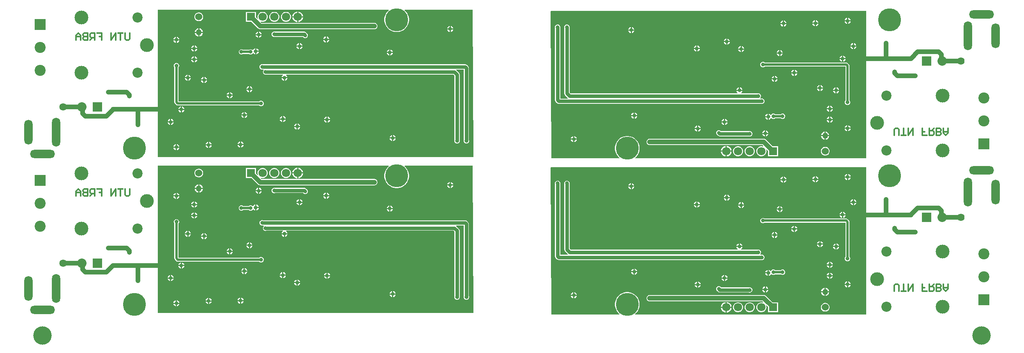
<source format=gbl>
G04*
G04 #@! TF.GenerationSoftware,Altium Limited,Altium Designer,23.3.1 (30)*
G04*
G04 Layer_Physical_Order=2*
G04 Layer_Color=16711680*
%FSLAX25Y25*%
%MOIN*%
G70*
G04*
G04 #@! TF.SameCoordinates,1807A7FA-BBD2-43EF-8C31-EE1E2BFEB24F*
G04*
G04*
G04 #@! TF.FilePolarity,Positive*
G04*
G01*
G75*
%ADD25C,0.03000*%
%ADD27C,0.04000*%
%ADD28C,0.02000*%
%ADD32C,0.15748*%
%ADD33C,0.06000*%
%ADD34C,0.08000*%
%ADD35R,0.08000X0.08000*%
%ADD36R,0.07087X0.07087*%
%ADD37C,0.07087*%
%ADD38C,0.11811*%
%ADD39C,0.08661*%
%ADD40C,0.08661*%
%ADD41C,0.09449*%
%ADD42R,0.09449X0.09449*%
%ADD43O,0.07087X0.24803*%
%ADD44O,0.07087X0.21260*%
%ADD45O,0.21260X0.07087*%
%ADD46C,0.19685*%
%ADD47C,0.03200*%
%ADD48C,0.06400*%
%ADD49C,0.05000*%
%ADD50C,0.01400*%
G36*
X388508Y138562D02*
X388156Y138207D01*
X118602D01*
Y264525D01*
X315953D01*
X316107Y264049D01*
X315967Y263947D01*
X314793Y262773D01*
X313818Y261431D01*
X313065Y259952D01*
X312552Y258374D01*
X312292Y256735D01*
Y255076D01*
X312552Y253437D01*
X313065Y251859D01*
X313818Y250380D01*
X314793Y249038D01*
X315967Y247864D01*
X317309Y246889D01*
X318788Y246135D01*
X320366Y245623D01*
X322005Y245363D01*
X323664D01*
X325303Y245623D01*
X326882Y246135D01*
X328360Y246889D01*
X329703Y247864D01*
X330876Y249038D01*
X331851Y250380D01*
X332605Y251859D01*
X333118Y253437D01*
X333377Y255076D01*
Y256735D01*
X333118Y258374D01*
X332605Y259952D01*
X331851Y261431D01*
X330876Y262773D01*
X329703Y263947D01*
X329562Y264049D01*
X329717Y264525D01*
X387797D01*
X388508Y138562D01*
D02*
G37*
G36*
X724311Y137050D02*
X526961D01*
X526806Y137526D01*
X526947Y137628D01*
X528120Y138801D01*
X529096Y140144D01*
X529849Y141622D01*
X530362Y143201D01*
X530621Y144840D01*
Y146499D01*
X530362Y148138D01*
X529849Y149716D01*
X529096Y151195D01*
X528120Y152537D01*
X526947Y153711D01*
X525604Y154686D01*
X524126Y155439D01*
X522547Y155952D01*
X520908Y156212D01*
X519249D01*
X517610Y155952D01*
X516032Y155439D01*
X514553Y154686D01*
X513211Y153711D01*
X512037Y152537D01*
X511062Y151195D01*
X510309Y149716D01*
X509796Y148138D01*
X509536Y146499D01*
Y144840D01*
X509796Y143201D01*
X510309Y141622D01*
X511062Y140144D01*
X512037Y138801D01*
X513211Y137628D01*
X513351Y137526D01*
X513197Y137050D01*
X455117D01*
X454405Y263013D01*
X454758Y263368D01*
X724311D01*
Y137050D01*
D02*
G37*
G36*
X388508Y4703D02*
X388156Y4349D01*
X118602D01*
Y130666D01*
X315953D01*
X316107Y130191D01*
X315967Y130089D01*
X314793Y128915D01*
X313818Y127573D01*
X313065Y126094D01*
X312552Y124516D01*
X312292Y122877D01*
Y121218D01*
X312552Y119579D01*
X313065Y118000D01*
X313818Y116522D01*
X314793Y115179D01*
X315967Y114006D01*
X317309Y113031D01*
X318788Y112277D01*
X320366Y111764D01*
X322005Y111505D01*
X323664D01*
X325303Y111764D01*
X326882Y112277D01*
X328360Y113031D01*
X329703Y114006D01*
X330876Y115179D01*
X331851Y116522D01*
X332605Y118000D01*
X333118Y119579D01*
X333377Y121218D01*
Y122877D01*
X333118Y124516D01*
X332605Y126094D01*
X331851Y127573D01*
X330876Y128915D01*
X329703Y130089D01*
X329562Y130191D01*
X329717Y130666D01*
X387797D01*
X388508Y4703D01*
D02*
G37*
G36*
X724311Y3192D02*
X526961D01*
X526806Y3667D01*
X526947Y3770D01*
X528120Y4943D01*
X529096Y6285D01*
X529849Y7764D01*
X530362Y9342D01*
X530621Y10981D01*
Y12641D01*
X530362Y14280D01*
X529849Y15858D01*
X529096Y17336D01*
X528120Y18679D01*
X526947Y19852D01*
X525604Y20828D01*
X524126Y21581D01*
X522547Y22094D01*
X520908Y22354D01*
X519249D01*
X517610Y22094D01*
X516032Y21581D01*
X514553Y20828D01*
X513211Y19852D01*
X512037Y18679D01*
X511062Y17336D01*
X510309Y15858D01*
X509796Y14280D01*
X509536Y12641D01*
Y10981D01*
X509796Y9342D01*
X510309Y7764D01*
X511062Y6285D01*
X512037Y4943D01*
X513211Y3770D01*
X513351Y3667D01*
X513197Y3192D01*
X455117D01*
X454405Y129155D01*
X454758Y129509D01*
X724311D01*
Y3192D01*
D02*
G37*
%LPC*%
G36*
X238767Y262909D02*
X238669D01*
Y258866D01*
X242713D01*
Y258964D01*
X242403Y260120D01*
X241805Y261156D01*
X240959Y262002D01*
X239923Y262600D01*
X238767Y262909D01*
D02*
G37*
G36*
X237669D02*
X237571D01*
X236416Y262600D01*
X235380Y262002D01*
X234534Y261156D01*
X233936Y260120D01*
X233626Y258964D01*
Y258866D01*
X237669D01*
Y262909D01*
D02*
G37*
G36*
X208728Y262609D02*
X207611D01*
X206531Y262320D01*
X205564Y261762D01*
X204774Y260972D01*
X204215Y260004D01*
X203926Y258925D01*
Y257807D01*
X204160Y256934D01*
X203712Y256675D01*
X202413Y257974D01*
Y262609D01*
X193926D01*
Y254123D01*
X198561D01*
X204118Y248566D01*
X204682Y248134D01*
X205339Y247862D01*
X206043Y247769D01*
X303642D01*
X304347Y247862D01*
X305003Y248134D01*
X305567Y248567D01*
X306000Y249131D01*
X306272Y249787D01*
X306365Y250492D01*
X306272Y251197D01*
X306000Y251854D01*
X305567Y252418D01*
X305003Y252851D01*
X304347Y253123D01*
X303642Y253215D01*
X207171D01*
X206478Y253909D01*
X206737Y254357D01*
X207611Y254123D01*
X208728D01*
X209807Y254412D01*
X210775Y254971D01*
X211565Y255761D01*
X212123Y256728D01*
X212413Y257807D01*
Y258925D01*
X212123Y260004D01*
X211565Y260972D01*
X210775Y261762D01*
X209807Y262320D01*
X208728Y262609D01*
D02*
G37*
G36*
X154030Y262066D02*
X153056D01*
X152115Y261814D01*
X151271Y261327D01*
X150583Y260638D01*
X150095Y259794D01*
X149843Y258853D01*
Y257879D01*
X150095Y256938D01*
X150583Y256094D01*
X151271Y255405D01*
X152115Y254918D01*
X153056Y254666D01*
X154030D01*
X154972Y254918D01*
X155815Y255405D01*
X156504Y256094D01*
X156991Y256938D01*
X157243Y257879D01*
Y258853D01*
X156991Y259794D01*
X156504Y260638D01*
X155815Y261327D01*
X154972Y261814D01*
X154030Y262066D01*
D02*
G37*
G36*
X228728Y262609D02*
X227611D01*
X226531Y262320D01*
X225564Y261762D01*
X224774Y260972D01*
X224215Y260004D01*
X223926Y258925D01*
Y257807D01*
X224215Y256728D01*
X224774Y255761D01*
X225564Y254971D01*
X226531Y254412D01*
X227611Y254123D01*
X228728D01*
X229807Y254412D01*
X230775Y254971D01*
X231565Y255761D01*
X232123Y256728D01*
X232413Y257807D01*
Y258925D01*
X232123Y260004D01*
X231565Y260972D01*
X230775Y261762D01*
X229807Y262320D01*
X228728Y262609D01*
D02*
G37*
G36*
X218728D02*
X217611D01*
X216531Y262320D01*
X215564Y261762D01*
X214774Y260972D01*
X214215Y260004D01*
X213926Y258925D01*
Y257807D01*
X214215Y256728D01*
X214774Y255761D01*
X215564Y254971D01*
X216531Y254412D01*
X217611Y254123D01*
X218728D01*
X219807Y254412D01*
X220775Y254971D01*
X221565Y255761D01*
X222123Y256728D01*
X222413Y257807D01*
Y258925D01*
X222123Y260004D01*
X221565Y260972D01*
X220775Y261762D01*
X219807Y262320D01*
X218728Y262609D01*
D02*
G37*
G36*
X242713Y257866D02*
X238669D01*
Y253823D01*
X238767D01*
X239923Y254133D01*
X240959Y254731D01*
X241805Y255576D01*
X242403Y256612D01*
X242713Y257768D01*
Y257866D01*
D02*
G37*
G36*
X237669D02*
X233626D01*
Y257768D01*
X233936Y256612D01*
X234534Y255576D01*
X235380Y254731D01*
X236416Y254133D01*
X237571Y253823D01*
X237669D01*
Y257866D01*
D02*
G37*
G36*
X369102Y250589D02*
Y248532D01*
X371160D01*
X371025Y249035D01*
X370683Y249628D01*
X370199Y250112D01*
X369606Y250454D01*
X369102Y250589D01*
D02*
G37*
G36*
X368102D02*
X367599Y250454D01*
X367006Y250112D01*
X366522Y249628D01*
X366179Y249035D01*
X366045Y248532D01*
X368102D01*
Y250589D01*
D02*
G37*
G36*
X154043Y248568D02*
Y245579D01*
X157033D01*
X156805Y246430D01*
X156344Y247228D01*
X155692Y247879D01*
X154894Y248340D01*
X154043Y248568D01*
D02*
G37*
G36*
X153043D02*
X152192Y248340D01*
X151394Y247879D01*
X150743Y247228D01*
X150282Y246430D01*
X150054Y245579D01*
X153043D01*
Y248568D01*
D02*
G37*
G36*
X371160Y247532D02*
X369102D01*
Y245474D01*
X369606Y245609D01*
X370199Y245951D01*
X370683Y246435D01*
X371025Y247028D01*
X371160Y247532D01*
D02*
G37*
G36*
X368102D02*
X366045D01*
X366179Y247028D01*
X366522Y246435D01*
X367006Y245951D01*
X367599Y245609D01*
X368102Y245474D01*
Y247532D01*
D02*
G37*
G36*
X205224Y245668D02*
Y243610D01*
X207282D01*
X207147Y244114D01*
X206805Y244707D01*
X206321Y245191D01*
X205728Y245533D01*
X205224Y245668D01*
D02*
G37*
G36*
X204224D02*
X203721Y245533D01*
X203128Y245191D01*
X202644Y244707D01*
X202302Y244114D01*
X202167Y243610D01*
X204224D01*
Y245668D01*
D02*
G37*
G36*
X157033Y244579D02*
X154043D01*
Y241589D01*
X154894Y241817D01*
X155692Y242278D01*
X156344Y242930D01*
X156805Y243728D01*
X157033Y244579D01*
D02*
G37*
G36*
X153043D02*
X150054D01*
X150282Y243728D01*
X150743Y242930D01*
X151394Y242278D01*
X152192Y241817D01*
X153043Y241589D01*
Y244579D01*
D02*
G37*
G36*
X207282Y242610D02*
X205224D01*
Y240552D01*
X205728Y240687D01*
X206321Y241030D01*
X206805Y241514D01*
X207147Y242107D01*
X207282Y242610D01*
D02*
G37*
G36*
X204224D02*
X202167D01*
X202302Y242107D01*
X202644Y241514D01*
X203128Y241030D01*
X203721Y240687D01*
X204224Y240552D01*
Y242610D01*
D02*
G37*
G36*
X218627Y245745D02*
X217712D01*
X216866Y245395D01*
X216219Y244748D01*
X215869Y243902D01*
Y242987D01*
X216219Y242142D01*
X216866Y241495D01*
X217712Y241145D01*
X218627D01*
X218764Y241202D01*
X242703D01*
X243260Y240645D01*
X244106Y240295D01*
X245021D01*
X245866Y240645D01*
X246513Y241292D01*
X246863Y242137D01*
Y243052D01*
X246513Y243898D01*
X245866Y244545D01*
X245636Y244640D01*
X245245Y245031D01*
X244517Y245517D01*
X243659Y245688D01*
X218764D01*
X218627Y245745D01*
D02*
G37*
G36*
X263049Y241485D02*
Y239427D01*
X265107D01*
X264972Y239931D01*
X264630Y240524D01*
X264146Y241008D01*
X263553Y241350D01*
X263049Y241485D01*
D02*
G37*
G36*
X262049D02*
X261546Y241350D01*
X260953Y241008D01*
X260469Y240524D01*
X260126Y239931D01*
X259992Y239427D01*
X262049D01*
Y241485D01*
D02*
G37*
G36*
X134850Y241239D02*
Y239181D01*
X136908D01*
X136773Y239685D01*
X136431Y240278D01*
X135947Y240762D01*
X135354Y241104D01*
X134850Y241239D01*
D02*
G37*
G36*
X133850D02*
X133347Y241104D01*
X132754Y240762D01*
X132270Y240278D01*
X131928Y239685D01*
X131793Y239181D01*
X133850D01*
Y241239D01*
D02*
G37*
G36*
X265107Y238427D02*
X263049D01*
Y236369D01*
X263553Y236504D01*
X264146Y236847D01*
X264630Y237331D01*
X264972Y237924D01*
X265107Y238427D01*
D02*
G37*
G36*
X262049D02*
X259992D01*
X260126Y237924D01*
X260469Y237331D01*
X260953Y236847D01*
X261546Y236504D01*
X262049Y236369D01*
Y238427D01*
D02*
G37*
G36*
X136908Y238181D02*
X134850D01*
Y236123D01*
X135354Y236258D01*
X135947Y236601D01*
X136431Y237085D01*
X136773Y237678D01*
X136908Y238181D01*
D02*
G37*
G36*
X133850D02*
X131793D01*
X131928Y237678D01*
X132270Y237085D01*
X132754Y236601D01*
X133347Y236258D01*
X133850Y236123D01*
Y238181D01*
D02*
G37*
G36*
X240165Y235825D02*
Y233768D01*
X242223D01*
X242088Y234271D01*
X241746Y234864D01*
X241262Y235348D01*
X240669Y235690D01*
X240165Y235825D01*
D02*
G37*
G36*
X239165D02*
X238662Y235690D01*
X238069Y235348D01*
X237585Y234864D01*
X237243Y234271D01*
X237108Y233768D01*
X239165D01*
Y235825D01*
D02*
G37*
G36*
X150106Y233857D02*
Y231799D01*
X152164D01*
X152029Y232303D01*
X151687Y232896D01*
X151203Y233380D01*
X150610Y233722D01*
X150106Y233857D01*
D02*
G37*
G36*
X149106D02*
X148603Y233722D01*
X148010Y233380D01*
X147526Y232896D01*
X147184Y232303D01*
X147049Y231799D01*
X149106D01*
Y233857D01*
D02*
G37*
G36*
X242223Y232768D02*
X240165D01*
Y230710D01*
X240669Y230845D01*
X241262Y231187D01*
X241746Y231671D01*
X242088Y232264D01*
X242223Y232768D01*
D02*
G37*
G36*
X239165D02*
X237108D01*
X237243Y232264D01*
X237585Y231671D01*
X238069Y231187D01*
X238662Y230845D01*
X239165Y230710D01*
Y232768D01*
D02*
G37*
G36*
X201764Y231396D02*
X201260Y231261D01*
X200667Y230919D01*
X200183Y230435D01*
X200009Y230132D01*
X199400Y230034D01*
X199137Y230296D01*
X198292Y230646D01*
X197377D01*
X196532Y230296D01*
X196315Y230080D01*
X191480D01*
X191263Y230296D01*
X190418Y230646D01*
X189503D01*
X188658Y230296D01*
X188011Y229649D01*
X187661Y228804D01*
Y227889D01*
X188011Y227044D01*
X188658Y226397D01*
X189503Y226046D01*
X190418D01*
X191263Y226397D01*
X191480Y226613D01*
X196315D01*
X196532Y226397D01*
X197377Y226046D01*
X198292D01*
X199137Y226397D01*
X199744Y227003D01*
X199824Y227046D01*
X200342Y227083D01*
X200667Y226758D01*
X201260Y226416D01*
X201764Y226281D01*
Y228839D01*
Y231396D01*
D02*
G37*
G36*
X202764D02*
Y229339D01*
X204821D01*
X204687Y229842D01*
X204344Y230435D01*
X203860Y230919D01*
X203267Y231261D01*
X202764Y231396D01*
D02*
G37*
G36*
X152164Y230799D02*
X150106D01*
Y228742D01*
X150610Y228876D01*
X151203Y229219D01*
X151687Y229703D01*
X152029Y230296D01*
X152164Y230799D01*
D02*
G37*
G36*
X149106D02*
X147049D01*
X147184Y230296D01*
X147526Y229703D01*
X148010Y229219D01*
X148603Y228876D01*
X149106Y228742D01*
Y230799D01*
D02*
G37*
G36*
X317429Y230412D02*
Y228354D01*
X319487D01*
X319352Y228858D01*
X319010Y229451D01*
X318526Y229935D01*
X317933Y230277D01*
X317429Y230412D01*
D02*
G37*
G36*
X316429D02*
X315926Y230277D01*
X315333Y229935D01*
X314849Y229451D01*
X314506Y228858D01*
X314371Y228354D01*
X316429D01*
Y230412D01*
D02*
G37*
G36*
X204821Y228339D02*
X202764D01*
Y226281D01*
X203267Y226416D01*
X203860Y226758D01*
X204344Y227242D01*
X204687Y227835D01*
X204821Y228339D01*
D02*
G37*
G36*
X319487Y227354D02*
X317429D01*
Y225297D01*
X317933Y225431D01*
X318526Y225774D01*
X319010Y226258D01*
X319352Y226851D01*
X319487Y227354D01*
D02*
G37*
G36*
X316429D02*
X314371D01*
X314506Y226851D01*
X314849Y226258D01*
X315333Y225774D01*
X315926Y225431D01*
X316429Y225297D01*
Y227354D01*
D02*
G37*
G36*
X150106Y224507D02*
Y222449D01*
X152164D01*
X152029Y222952D01*
X151687Y223545D01*
X151203Y224029D01*
X150610Y224372D01*
X150106Y224507D01*
D02*
G37*
G36*
X149106D02*
X148603Y224372D01*
X148010Y224029D01*
X147526Y223545D01*
X147184Y222952D01*
X147049Y222449D01*
X149106D01*
Y224507D01*
D02*
G37*
G36*
X152164Y221449D02*
X150106D01*
Y219391D01*
X150610Y219526D01*
X151203Y219868D01*
X151687Y220352D01*
X152029Y220945D01*
X152164Y221449D01*
D02*
G37*
G36*
X149106D02*
X147049D01*
X147184Y220945D01*
X147526Y220352D01*
X148010Y219868D01*
X148603Y219526D01*
X149106Y219391D01*
Y221449D01*
D02*
G37*
G36*
X144693Y208758D02*
Y206701D01*
X146751D01*
X146616Y207204D01*
X146273Y207797D01*
X145789Y208281D01*
X145196Y208624D01*
X144693Y208758D01*
D02*
G37*
G36*
X143693D02*
X143189Y208624D01*
X142596Y208281D01*
X142112Y207797D01*
X141770Y207204D01*
X141635Y206701D01*
X143693D01*
Y208758D01*
D02*
G37*
G36*
X158472Y206790D02*
Y204732D01*
X160530D01*
X160395Y205236D01*
X160053Y205829D01*
X159569Y206313D01*
X158976Y206655D01*
X158472Y206790D01*
D02*
G37*
G36*
X157472D02*
X156969Y206655D01*
X156376Y206313D01*
X155892Y205829D01*
X155550Y205236D01*
X155415Y204732D01*
X157472D01*
Y206790D01*
D02*
G37*
G36*
X229428Y205701D02*
X227370D01*
Y203643D01*
X227874Y203778D01*
X228467Y204120D01*
X228951Y204604D01*
X229293Y205197D01*
X229428Y205701D01*
D02*
G37*
G36*
X226370D02*
X224312D01*
X224447Y205197D01*
X224790Y204604D01*
X225274Y204120D01*
X225867Y203778D01*
X226370Y203643D01*
Y205701D01*
D02*
G37*
G36*
X146751D02*
X144693D01*
Y203643D01*
X145196Y203778D01*
X145789Y204120D01*
X146273Y204604D01*
X146616Y205197D01*
X146751Y205701D01*
D02*
G37*
G36*
X143693D02*
X141635D01*
X141770Y205197D01*
X142112Y204604D01*
X142596Y204120D01*
X143189Y203778D01*
X143693Y203643D01*
Y205701D01*
D02*
G37*
G36*
X160530Y203732D02*
X158472D01*
Y201675D01*
X158976Y201810D01*
X159569Y202152D01*
X160053Y202636D01*
X160395Y203229D01*
X160530Y203732D01*
D02*
G37*
G36*
X157472D02*
X155415D01*
X155550Y203229D01*
X155892Y202636D01*
X156376Y202152D01*
X156969Y201810D01*
X157472Y201675D01*
Y203732D01*
D02*
G37*
G36*
X197350Y198916D02*
Y196858D01*
X199408D01*
X199273Y197362D01*
X198931Y197955D01*
X198447Y198439D01*
X197854Y198781D01*
X197350Y198916D01*
D02*
G37*
G36*
X196350D02*
X195847Y198781D01*
X195254Y198439D01*
X194770Y197955D01*
X194428Y197362D01*
X194293Y196858D01*
X196350D01*
Y198916D01*
D02*
G37*
G36*
X199408Y195858D02*
X197350D01*
Y193800D01*
X197854Y193935D01*
X198447Y194278D01*
X198931Y194762D01*
X199273Y195355D01*
X199408Y195858D01*
D02*
G37*
G36*
X196350D02*
X194293D01*
X194428Y195355D01*
X194770Y194762D01*
X195254Y194278D01*
X195847Y193935D01*
X196350Y193800D01*
Y195858D01*
D02*
G37*
G36*
X180520Y193742D02*
Y191684D01*
X182577D01*
X182442Y192188D01*
X182100Y192781D01*
X181616Y193265D01*
X181023Y193607D01*
X180520Y193742D01*
D02*
G37*
G36*
X179520D02*
X179016Y193607D01*
X178423Y193265D01*
X177939Y192781D01*
X177597Y192188D01*
X177462Y191684D01*
X179520D01*
Y193742D01*
D02*
G37*
G36*
X182577Y190684D02*
X180520D01*
Y188627D01*
X181023Y188761D01*
X181616Y189104D01*
X182100Y189588D01*
X182442Y190181D01*
X182577Y190684D01*
D02*
G37*
G36*
X179520D02*
X177462D01*
X177597Y190181D01*
X177939Y189588D01*
X178423Y189104D01*
X179016Y188761D01*
X179520Y188627D01*
Y190684D01*
D02*
G37*
G36*
X134808Y218835D02*
X133893D01*
X133047Y218485D01*
X132401Y217838D01*
X132050Y216993D01*
Y216078D01*
X132401Y215233D01*
X132617Y215016D01*
Y185227D01*
X132749Y184563D01*
X133125Y184001D01*
X134296Y182829D01*
X134859Y182454D01*
X135522Y182322D01*
X205173D01*
X205390Y182105D01*
X206235Y181755D01*
X207150D01*
X207996Y182105D01*
X208643Y182752D01*
X208993Y183598D01*
Y184513D01*
X208643Y185358D01*
X207996Y186005D01*
X207150Y186355D01*
X206235D01*
X205390Y186005D01*
X205173Y185788D01*
X136240D01*
X136084Y185945D01*
Y215016D01*
X136300Y215233D01*
X136650Y216078D01*
Y216993D01*
X136300Y217838D01*
X135653Y218485D01*
X134808Y218835D01*
D02*
G37*
G36*
X139109Y181583D02*
Y179525D01*
X141167D01*
X141032Y180029D01*
X140690Y180622D01*
X140206Y181106D01*
X139613Y181448D01*
X139109Y181583D01*
D02*
G37*
G36*
X138109D02*
X137606Y181448D01*
X137013Y181106D01*
X136529Y180622D01*
X136186Y180029D01*
X136051Y179525D01*
X138109D01*
Y181583D01*
D02*
G37*
G36*
X141167Y178525D02*
X139109D01*
Y176468D01*
X139613Y176602D01*
X140206Y176945D01*
X140690Y177429D01*
X141032Y178022D01*
X141167Y178525D01*
D02*
G37*
G36*
X138109D02*
X136051D01*
X136186Y178022D01*
X136529Y177429D01*
X137013Y176945D01*
X137606Y176602D01*
X138109Y176468D01*
Y178525D01*
D02*
G37*
G36*
X192921Y176770D02*
Y174713D01*
X194979D01*
X194844Y175216D01*
X194502Y175809D01*
X194018Y176293D01*
X193425Y176635D01*
X192921Y176770D01*
D02*
G37*
G36*
X191921D02*
X191418Y176635D01*
X190825Y176293D01*
X190341Y175809D01*
X189998Y175216D01*
X189864Y174713D01*
X191921D01*
Y176770D01*
D02*
G37*
G36*
X194979Y173713D02*
X192921D01*
Y171655D01*
X193425Y171790D01*
X194018Y172132D01*
X194502Y172616D01*
X194844Y173209D01*
X194979Y173713D01*
D02*
G37*
G36*
X191921D02*
X189864D01*
X189998Y173209D01*
X190341Y172616D01*
X190825Y172132D01*
X191418Y171790D01*
X191921Y171655D01*
Y173713D01*
D02*
G37*
G36*
X225894Y173326D02*
Y171268D01*
X227952D01*
X227817Y171771D01*
X227474Y172364D01*
X226990Y172848D01*
X226397Y173190D01*
X225894Y173326D01*
D02*
G37*
G36*
X224894D02*
X224390Y173190D01*
X223797Y172848D01*
X223313Y172364D01*
X222971Y171771D01*
X222836Y171268D01*
X224894D01*
Y173326D01*
D02*
G37*
G36*
X263787Y172833D02*
Y170776D01*
X265845D01*
X265710Y171279D01*
X265368Y171872D01*
X264884Y172356D01*
X264291Y172698D01*
X263787Y172833D01*
D02*
G37*
G36*
X262787D02*
X262284Y172698D01*
X261691Y172356D01*
X261207Y171872D01*
X260865Y171279D01*
X260730Y170776D01*
X262787D01*
Y172833D01*
D02*
G37*
G36*
X129929Y170865D02*
Y168807D01*
X131987D01*
X131852Y169311D01*
X131510Y169904D01*
X131026Y170388D01*
X130433Y170730D01*
X129929Y170865D01*
D02*
G37*
G36*
X128929D02*
X128426Y170730D01*
X127833Y170388D01*
X127349Y169904D01*
X127006Y169311D01*
X126871Y168807D01*
X128929D01*
Y170865D01*
D02*
G37*
G36*
X227952Y170268D02*
X225894D01*
Y168210D01*
X226397Y168345D01*
X226990Y168687D01*
X227474Y169171D01*
X227817Y169764D01*
X227952Y170268D01*
D02*
G37*
G36*
X224894D02*
X222836D01*
X222971Y169764D01*
X223313Y169171D01*
X223797Y168687D01*
X224390Y168345D01*
X224894Y168210D01*
Y170268D01*
D02*
G37*
G36*
X265845Y169776D02*
X263787D01*
Y167718D01*
X264291Y167853D01*
X264884Y168195D01*
X265368Y168679D01*
X265710Y169272D01*
X265845Y169776D01*
D02*
G37*
G36*
X262787D02*
X260730D01*
X260865Y169272D01*
X261207Y168679D01*
X261691Y168195D01*
X262284Y167853D01*
X262787Y167718D01*
Y169776D01*
D02*
G37*
G36*
X131987Y167807D02*
X129929D01*
Y165749D01*
X130433Y165884D01*
X131026Y166227D01*
X131510Y166711D01*
X131852Y167304D01*
X131987Y167807D01*
D02*
G37*
G36*
X128929D02*
X126871D01*
X127006Y167304D01*
X127349Y166711D01*
X127833Y166227D01*
X128426Y165884D01*
X128929Y165749D01*
Y167807D01*
D02*
G37*
G36*
X238197Y166928D02*
Y164870D01*
X240255D01*
X240120Y165374D01*
X239777Y165966D01*
X239293Y166451D01*
X238700Y166793D01*
X238197Y166928D01*
D02*
G37*
G36*
X237197D02*
X236693Y166793D01*
X236100Y166451D01*
X235616Y165966D01*
X235274Y165374D01*
X235139Y164870D01*
X237197D01*
Y166928D01*
D02*
G37*
G36*
X240255Y163870D02*
X238197D01*
Y161812D01*
X238700Y161947D01*
X239293Y162290D01*
X239777Y162774D01*
X240120Y163366D01*
X240255Y163870D01*
D02*
G37*
G36*
X237197D02*
X235139D01*
X235274Y163366D01*
X235616Y162774D01*
X236100Y162290D01*
X236693Y161947D01*
X237197Y161812D01*
Y163870D01*
D02*
G37*
G36*
X319890Y157085D02*
Y155028D01*
X321948D01*
X321813Y155531D01*
X321470Y156124D01*
X320986Y156608D01*
X320393Y156950D01*
X319890Y157085D01*
D02*
G37*
G36*
X318890D02*
X318386Y156950D01*
X317793Y156608D01*
X317309Y156124D01*
X316967Y155531D01*
X316832Y155028D01*
X318890D01*
Y157085D01*
D02*
G37*
G36*
X321948Y154028D02*
X319890D01*
Y151970D01*
X320393Y152105D01*
X320986Y152447D01*
X321470Y152931D01*
X321813Y153524D01*
X321948Y154028D01*
D02*
G37*
G36*
X318890D02*
X316832D01*
X316967Y153524D01*
X317309Y152931D01*
X317793Y152447D01*
X318386Y152105D01*
X318890Y151970D01*
Y154028D01*
D02*
G37*
G36*
X208135Y217851D02*
X207220D01*
X206374Y217501D01*
X205727Y216854D01*
X205377Y216009D01*
Y215094D01*
X205727Y214248D01*
X206374Y213601D01*
X207220Y213251D01*
X208135D01*
X208272Y213308D01*
X208856D01*
X209063Y212808D01*
X208680Y212425D01*
X208330Y211580D01*
Y210665D01*
X208680Y209819D01*
X209327Y209172D01*
X210172Y208822D01*
X211087D01*
X211225Y208879D01*
X225309D01*
X225443Y208379D01*
X225274Y208281D01*
X224790Y207797D01*
X224447Y207204D01*
X224312Y206701D01*
X229428D01*
X229293Y207204D01*
X228951Y207797D01*
X228467Y208281D01*
X228297Y208379D01*
X228431Y208879D01*
X371329D01*
X372265Y207943D01*
Y152662D01*
X372208Y152524D01*
Y151609D01*
X372558Y150764D01*
X373205Y150117D01*
X374050Y149767D01*
X374965D01*
X375811Y150117D01*
X376458Y150764D01*
X376808Y151609D01*
Y152524D01*
X376751Y152662D01*
Y208873D01*
X376580Y209731D01*
X376094Y210459D01*
X373845Y212708D01*
X373695Y212808D01*
X373847Y213308D01*
X380139D01*
Y152662D01*
X380082Y152524D01*
Y151609D01*
X380432Y150764D01*
X381079Y150117D01*
X381924Y149767D01*
X382839D01*
X383685Y150117D01*
X384332Y150764D01*
X384682Y151609D01*
Y152524D01*
X384625Y152662D01*
Y214567D01*
X384454Y215425D01*
X383968Y216153D01*
X382984Y217137D01*
X382256Y217623D01*
X381398Y217794D01*
X208272D01*
X208135Y217851D01*
D02*
G37*
G36*
X189772Y151475D02*
Y149417D01*
X191829D01*
X191694Y149921D01*
X191352Y150514D01*
X190868Y150998D01*
X190275Y151340D01*
X189772Y151475D01*
D02*
G37*
G36*
X188772D02*
X188268Y151340D01*
X187675Y150998D01*
X187191Y150514D01*
X186849Y149921D01*
X186714Y149417D01*
X188772D01*
Y151475D01*
D02*
G37*
G36*
X162409Y151180D02*
Y149122D01*
X164467D01*
X164332Y149626D01*
X163990Y150218D01*
X163506Y150703D01*
X162913Y151045D01*
X162409Y151180D01*
D02*
G37*
G36*
X161409D02*
X160906Y151045D01*
X160313Y150703D01*
X159829Y150218D01*
X159487Y149626D01*
X159352Y149122D01*
X161409D01*
Y151180D01*
D02*
G37*
G36*
X134850Y149211D02*
Y147153D01*
X136908D01*
X136773Y147657D01*
X136431Y148250D01*
X135947Y148734D01*
X135354Y149076D01*
X134850Y149211D01*
D02*
G37*
G36*
X133850D02*
X133347Y149076D01*
X132754Y148734D01*
X132270Y148250D01*
X131928Y147657D01*
X131793Y147153D01*
X133850D01*
Y149211D01*
D02*
G37*
G36*
X191829Y148417D02*
X189772D01*
Y146360D01*
X190275Y146494D01*
X190868Y146837D01*
X191352Y147321D01*
X191694Y147914D01*
X191829Y148417D01*
D02*
G37*
G36*
X188772D02*
X186714D01*
X186849Y147914D01*
X187191Y147321D01*
X187675Y146837D01*
X188268Y146494D01*
X188772Y146360D01*
Y148417D01*
D02*
G37*
G36*
X164467Y148122D02*
X162409D01*
Y146064D01*
X162913Y146199D01*
X163506Y146542D01*
X163990Y147026D01*
X164332Y147618D01*
X164467Y148122D01*
D02*
G37*
G36*
X161409D02*
X159352D01*
X159487Y147618D01*
X159829Y147026D01*
X160313Y146542D01*
X160906Y146199D01*
X161409Y146064D01*
Y148122D01*
D02*
G37*
G36*
X136908Y146153D02*
X134850D01*
Y144096D01*
X135354Y144231D01*
X135947Y144573D01*
X136431Y145057D01*
X136773Y145650D01*
X136908Y146153D01*
D02*
G37*
G36*
X133850D02*
X131793D01*
X131928Y145650D01*
X132270Y145057D01*
X132754Y144573D01*
X133347Y144231D01*
X133850Y144096D01*
Y146153D01*
D02*
G37*
G36*
X709063Y257479D02*
Y255421D01*
X711121D01*
X710986Y255925D01*
X710643Y256518D01*
X710159Y257002D01*
X709567Y257344D01*
X709063Y257479D01*
D02*
G37*
G36*
X708063D02*
X707559Y257344D01*
X706967Y257002D01*
X706483Y256518D01*
X706140Y255925D01*
X706005Y255421D01*
X708063D01*
Y257479D01*
D02*
G37*
G36*
X681504Y255510D02*
Y253453D01*
X683562D01*
X683427Y253956D01*
X683084Y254549D01*
X682600Y255033D01*
X682008Y255376D01*
X681504Y255510D01*
D02*
G37*
G36*
X680504D02*
X680000Y255376D01*
X679408Y255033D01*
X678923Y254549D01*
X678581Y253956D01*
X678446Y253453D01*
X680504D01*
Y255510D01*
D02*
G37*
G36*
X654142Y255215D02*
Y253157D01*
X656200D01*
X656065Y253661D01*
X655722Y254254D01*
X655238Y254738D01*
X654645Y255080D01*
X654142Y255215D01*
D02*
G37*
G36*
X653142D02*
X652638Y255080D01*
X652045Y254738D01*
X651561Y254254D01*
X651219Y253661D01*
X651084Y253157D01*
X653142D01*
Y255215D01*
D02*
G37*
G36*
X711121Y254421D02*
X709063D01*
Y252363D01*
X709567Y252499D01*
X710159Y252841D01*
X710643Y253325D01*
X710986Y253918D01*
X711121Y254421D01*
D02*
G37*
G36*
X708063D02*
X706005D01*
X706140Y253918D01*
X706483Y253325D01*
X706967Y252841D01*
X707559Y252499D01*
X708063Y252363D01*
Y254421D01*
D02*
G37*
G36*
X683562Y252453D02*
X681504D01*
Y250395D01*
X682008Y250530D01*
X682600Y250872D01*
X683084Y251356D01*
X683427Y251949D01*
X683562Y252453D01*
D02*
G37*
G36*
X680504D02*
X678446D01*
X678581Y251949D01*
X678923Y251356D01*
X679408Y250872D01*
X680000Y250530D01*
X680504Y250395D01*
Y252453D01*
D02*
G37*
G36*
X656200Y252157D02*
X654142D01*
Y250100D01*
X654645Y250235D01*
X655238Y250577D01*
X655722Y251061D01*
X656065Y251654D01*
X656200Y252157D01*
D02*
G37*
G36*
X653142D02*
X651084D01*
X651219Y251654D01*
X651561Y251061D01*
X652045Y250577D01*
X652638Y250235D01*
X653142Y250100D01*
Y252157D01*
D02*
G37*
G36*
X524024Y249605D02*
Y247547D01*
X526081D01*
X525947Y248051D01*
X525604Y248644D01*
X525120Y249128D01*
X524527Y249470D01*
X524024Y249605D01*
D02*
G37*
G36*
X523024D02*
X522520Y249470D01*
X521927Y249128D01*
X521443Y248644D01*
X521101Y248051D01*
X520966Y247547D01*
X523024D01*
Y249605D01*
D02*
G37*
G36*
X526081Y246547D02*
X524024D01*
Y244490D01*
X524527Y244624D01*
X525120Y244967D01*
X525604Y245451D01*
X525947Y246044D01*
X526081Y246547D01*
D02*
G37*
G36*
X523024D02*
X520966D01*
X521101Y246044D01*
X521443Y245451D01*
X521927Y244967D01*
X522520Y244624D01*
X523024Y244490D01*
Y246547D01*
D02*
G37*
G36*
X605717Y239762D02*
Y237705D01*
X607774D01*
X607639Y238208D01*
X607297Y238801D01*
X606813Y239285D01*
X606220Y239628D01*
X605717Y239762D01*
D02*
G37*
G36*
X604716D02*
X604213Y239628D01*
X603620Y239285D01*
X603136Y238801D01*
X602794Y238208D01*
X602659Y237705D01*
X604716D01*
Y239762D01*
D02*
G37*
G36*
X607774Y236705D02*
X605717D01*
Y234647D01*
X606220Y234782D01*
X606813Y235124D01*
X607297Y235608D01*
X607639Y236201D01*
X607774Y236705D01*
D02*
G37*
G36*
X604716D02*
X602659D01*
X602794Y236201D01*
X603136Y235608D01*
X603620Y235124D01*
X604213Y234782D01*
X604716Y234647D01*
Y236705D01*
D02*
G37*
G36*
X713984Y235825D02*
Y233768D01*
X716042D01*
X715907Y234271D01*
X715565Y234864D01*
X715081Y235348D01*
X714488Y235690D01*
X713984Y235825D01*
D02*
G37*
G36*
X712984D02*
X712481Y235690D01*
X711888Y235348D01*
X711404Y234864D01*
X711061Y234271D01*
X710926Y233768D01*
X712984D01*
Y235825D01*
D02*
G37*
G36*
X580126Y233857D02*
Y231799D01*
X582184D01*
X582049Y232303D01*
X581706Y232896D01*
X581222Y233380D01*
X580630Y233722D01*
X580126Y233857D01*
D02*
G37*
G36*
X579126D02*
X578622Y233722D01*
X578030Y233380D01*
X577545Y232896D01*
X577203Y232303D01*
X577068Y231799D01*
X579126D01*
Y233857D01*
D02*
G37*
G36*
X618020Y233365D02*
Y231307D01*
X620077D01*
X619943Y231811D01*
X619600Y232403D01*
X619116Y232888D01*
X618523Y233230D01*
X618020Y233365D01*
D02*
G37*
G36*
X617020D02*
X616516Y233230D01*
X615923Y232888D01*
X615439Y232403D01*
X615097Y231811D01*
X614962Y231307D01*
X617020D01*
Y233365D01*
D02*
G37*
G36*
X716042Y232768D02*
X713984D01*
Y230710D01*
X714488Y230845D01*
X715081Y231187D01*
X715565Y231671D01*
X715907Y232264D01*
X716042Y232768D01*
D02*
G37*
G36*
X712984D02*
X710926D01*
X711061Y232264D01*
X711404Y231671D01*
X711888Y231187D01*
X712481Y230845D01*
X712984Y230710D01*
Y232768D01*
D02*
G37*
G36*
X582184Y230799D02*
X580126D01*
Y228742D01*
X580630Y228876D01*
X581222Y229219D01*
X581706Y229703D01*
X582049Y230296D01*
X582184Y230799D01*
D02*
G37*
G36*
X579126D02*
X577068D01*
X577203Y230296D01*
X577545Y229703D01*
X578030Y229219D01*
X578622Y228876D01*
X579126Y228742D01*
Y230799D01*
D02*
G37*
G36*
X620077Y230307D02*
X618020D01*
Y228249D01*
X618523Y228384D01*
X619116Y228727D01*
X619600Y229211D01*
X619943Y229803D01*
X620077Y230307D01*
D02*
G37*
G36*
X617020D02*
X614962D01*
X615097Y229803D01*
X615439Y229211D01*
X615923Y228727D01*
X616516Y228384D01*
X617020Y228249D01*
Y230307D01*
D02*
G37*
G36*
X650992Y229920D02*
Y227862D01*
X653050D01*
X652915Y228366D01*
X652573Y228959D01*
X652089Y229443D01*
X651496Y229785D01*
X650992Y229920D01*
D02*
G37*
G36*
X649992D02*
X649489Y229785D01*
X648896Y229443D01*
X648412Y228959D01*
X648069Y228366D01*
X647934Y227862D01*
X649992D01*
Y229920D01*
D02*
G37*
G36*
X653050Y226862D02*
X650992D01*
Y224804D01*
X651496Y224939D01*
X652089Y225282D01*
X652573Y225766D01*
X652915Y226359D01*
X653050Y226862D01*
D02*
G37*
G36*
X649992D02*
X647934D01*
X648069Y226359D01*
X648412Y225766D01*
X648896Y225282D01*
X649489Y224939D01*
X649992Y224804D01*
Y226862D01*
D02*
G37*
G36*
X704804Y225107D02*
Y223050D01*
X706862D01*
X706727Y223553D01*
X706385Y224146D01*
X705901Y224630D01*
X705308Y224972D01*
X704804Y225107D01*
D02*
G37*
G36*
X703804D02*
X703301Y224972D01*
X702708Y224630D01*
X702224Y224146D01*
X701882Y223553D01*
X701747Y223050D01*
X703804D01*
Y225107D01*
D02*
G37*
G36*
X706862Y222050D02*
X704804D01*
Y219992D01*
X705308Y220127D01*
X705901Y220469D01*
X706385Y220953D01*
X706727Y221546D01*
X706862Y222050D01*
D02*
G37*
G36*
X703804D02*
X701747D01*
X701882Y221546D01*
X702224Y220953D01*
X702708Y220469D01*
X703301Y220127D01*
X703804Y219992D01*
Y222050D01*
D02*
G37*
G36*
X663394Y212948D02*
Y210891D01*
X665451D01*
X665316Y211394D01*
X664974Y211987D01*
X664490Y212471D01*
X663897Y212813D01*
X663394Y212948D01*
D02*
G37*
G36*
X662394D02*
X661890Y212813D01*
X661297Y212471D01*
X660813Y211987D01*
X660471Y211394D01*
X660336Y210891D01*
X662394D01*
Y212948D01*
D02*
G37*
G36*
X665451Y209891D02*
X663394D01*
Y207833D01*
X663897Y207968D01*
X664490Y208310D01*
X664974Y208794D01*
X665316Y209387D01*
X665451Y209891D01*
D02*
G37*
G36*
X662394D02*
X660336D01*
X660471Y209387D01*
X660813Y208794D01*
X661297Y208310D01*
X661890Y207968D01*
X662394Y207833D01*
Y209891D01*
D02*
G37*
G36*
X646563Y207774D02*
Y205716D01*
X648621D01*
X648486Y206220D01*
X648143Y206813D01*
X647659Y207297D01*
X647067Y207639D01*
X646563Y207774D01*
D02*
G37*
G36*
X645563D02*
X645059Y207639D01*
X644467Y207297D01*
X643983Y206813D01*
X643640Y206220D01*
X643505Y205716D01*
X645563D01*
Y207774D01*
D02*
G37*
G36*
X648621Y204716D02*
X646563D01*
Y202659D01*
X647067Y202794D01*
X647659Y203136D01*
X648143Y203620D01*
X648486Y204213D01*
X648621Y204716D01*
D02*
G37*
G36*
X645563D02*
X643505D01*
X643640Y204213D01*
X643983Y203620D01*
X644467Y203136D01*
X645059Y202794D01*
X645563Y202659D01*
Y204716D01*
D02*
G37*
G36*
X685441Y199900D02*
Y197843D01*
X687499D01*
X687364Y198346D01*
X687021Y198939D01*
X686537Y199423D01*
X685945Y199765D01*
X685441Y199900D01*
D02*
G37*
G36*
X684441D02*
X683937Y199765D01*
X683345Y199423D01*
X682860Y198939D01*
X682518Y198346D01*
X682383Y197843D01*
X684441D01*
Y199900D01*
D02*
G37*
G36*
X699221Y197932D02*
Y195874D01*
X701278D01*
X701143Y196378D01*
X700801Y196970D01*
X700317Y197455D01*
X699724Y197797D01*
X699221Y197932D01*
D02*
G37*
G36*
X698220D02*
X697717Y197797D01*
X697124Y197455D01*
X696640Y196970D01*
X696298Y196378D01*
X696163Y195874D01*
X698220D01*
Y197932D01*
D02*
G37*
G36*
X616543D02*
Y195874D01*
X618601D01*
X618466Y196378D01*
X618124Y196970D01*
X617640Y197455D01*
X617047Y197797D01*
X616543Y197932D01*
D02*
G37*
G36*
X615543D02*
X615040Y197797D01*
X614447Y197455D01*
X613963Y196970D01*
X613621Y196378D01*
X613486Y195874D01*
X615543D01*
Y197932D01*
D02*
G37*
G36*
X687499Y196843D02*
X685441D01*
Y194785D01*
X685945Y194920D01*
X686537Y195262D01*
X687021Y195746D01*
X687364Y196339D01*
X687499Y196843D01*
D02*
G37*
G36*
X684441D02*
X682383D01*
X682518Y196339D01*
X682860Y195746D01*
X683345Y195262D01*
X683937Y194920D01*
X684441Y194785D01*
Y196843D01*
D02*
G37*
G36*
X701278Y194874D02*
X699221D01*
Y192816D01*
X699724Y192951D01*
X700317Y193293D01*
X700801Y193778D01*
X701143Y194370D01*
X701278Y194874D01*
D02*
G37*
G36*
X698220D02*
X696163D01*
X696298Y194370D01*
X696640Y193778D01*
X697124Y193293D01*
X697717Y192951D01*
X698220Y192816D01*
Y194874D01*
D02*
G37*
G36*
X468863Y251808D02*
X467948D01*
X467103Y251458D01*
X466456Y250811D01*
X466106Y249965D01*
Y249050D01*
X466162Y248913D01*
Y192702D01*
X466333Y191844D01*
X466819Y191116D01*
X469069Y188867D01*
X469218Y188767D01*
X469067Y188267D01*
X462775D01*
Y248913D01*
X462831Y249050D01*
Y249965D01*
X462481Y250811D01*
X461834Y251458D01*
X460989Y251808D01*
X460074D01*
X459229Y251458D01*
X458582Y250811D01*
X458231Y249965D01*
Y249050D01*
X458288Y248913D01*
Y187008D01*
X458459Y186150D01*
X458945Y185422D01*
X459930Y184438D01*
X460657Y183951D01*
X461516Y183781D01*
X634641D01*
X634779Y183724D01*
X635694D01*
X636539Y184074D01*
X637186Y184721D01*
X637536Y185566D01*
Y186481D01*
X637186Y187327D01*
X636539Y187973D01*
X635694Y188324D01*
X634779D01*
X634641Y188267D01*
X634057D01*
X633850Y188767D01*
X634233Y189150D01*
X634584Y189995D01*
Y190910D01*
X634233Y191756D01*
X633586Y192403D01*
X632741Y192753D01*
X631826D01*
X631689Y192696D01*
X617605D01*
X617471Y193196D01*
X617640Y193293D01*
X618124Y193778D01*
X618466Y194370D01*
X618601Y194874D01*
X613486D01*
X613621Y194370D01*
X613963Y193778D01*
X614447Y193293D01*
X614616Y193196D01*
X614482Y192696D01*
X471584D01*
X470649Y193631D01*
Y248913D01*
X470706Y249050D01*
Y249965D01*
X470355Y250811D01*
X469708Y251458D01*
X468863Y251808D01*
D02*
G37*
G36*
X636678Y219820D02*
X635763D01*
X634918Y219469D01*
X634271Y218823D01*
X633920Y217977D01*
Y217062D01*
X634271Y216217D01*
X634918Y215570D01*
X635763Y215220D01*
X636678D01*
X637523Y215570D01*
X637740Y215786D01*
X706673D01*
X706830Y215630D01*
Y186559D01*
X706613Y186342D01*
X706263Y185497D01*
Y184582D01*
X706613Y183737D01*
X707260Y183089D01*
X708106Y182739D01*
X709021D01*
X709866Y183089D01*
X710513Y183737D01*
X710863Y184582D01*
Y185497D01*
X710513Y186342D01*
X710296Y186559D01*
Y216348D01*
X710164Y217011D01*
X709789Y217574D01*
X708617Y218745D01*
X708055Y219121D01*
X707391Y219253D01*
X637740D01*
X637523Y219469D01*
X636678Y219820D01*
D02*
G37*
G36*
X693807Y182184D02*
Y180126D01*
X695865D01*
X695730Y180630D01*
X695388Y181222D01*
X694904Y181707D01*
X694311Y182049D01*
X693807Y182184D01*
D02*
G37*
G36*
X692807D02*
X692304Y182049D01*
X691711Y181707D01*
X691227Y181222D01*
X690884Y180630D01*
X690749Y180126D01*
X692807D01*
Y182184D01*
D02*
G37*
G36*
X695865Y179126D02*
X693807D01*
Y177068D01*
X694311Y177203D01*
X694904Y177545D01*
X695388Y178030D01*
X695730Y178622D01*
X695865Y179126D01*
D02*
G37*
G36*
X692807D02*
X690749D01*
X690884Y178622D01*
X691227Y178030D01*
X691711Y177545D01*
X692304Y177203D01*
X692807Y177068D01*
Y179126D01*
D02*
G37*
G36*
X653410Y175528D02*
X652495D01*
X651650Y175178D01*
X651433Y174962D01*
X646598D01*
X646382Y175178D01*
X645536Y175528D01*
X644621D01*
X643776Y175178D01*
X643169Y174572D01*
X643090Y174528D01*
X642571Y174492D01*
X642246Y174817D01*
X641653Y175159D01*
X641150Y175294D01*
Y172736D01*
Y170178D01*
X641653Y170313D01*
X642246Y170656D01*
X642730Y171140D01*
X642905Y171442D01*
X643513Y171541D01*
X643776Y171279D01*
X644621Y170928D01*
X645536D01*
X646382Y171279D01*
X646598Y171495D01*
X651433D01*
X651650Y171279D01*
X652495Y170928D01*
X653410D01*
X654256Y171279D01*
X654903Y171925D01*
X655253Y172771D01*
Y173686D01*
X654903Y174531D01*
X654256Y175178D01*
X653410Y175528D01*
D02*
G37*
G36*
X526484Y176278D02*
Y174221D01*
X528542D01*
X528407Y174724D01*
X528065Y175317D01*
X527581Y175801D01*
X526988Y176143D01*
X526484Y176278D01*
D02*
G37*
G36*
X525484D02*
X524981Y176143D01*
X524388Y175801D01*
X523904Y175317D01*
X523561Y174724D01*
X523426Y174221D01*
X525484D01*
Y176278D01*
D02*
G37*
G36*
X640150Y175294D02*
X639646Y175159D01*
X639053Y174817D01*
X638569Y174333D01*
X638227Y173740D01*
X638092Y173236D01*
X640150D01*
Y175294D01*
D02*
G37*
G36*
X528542Y173221D02*
X526484D01*
Y171163D01*
X526988Y171298D01*
X527581Y171640D01*
X528065Y172124D01*
X528407Y172717D01*
X528542Y173221D01*
D02*
G37*
G36*
X525484D02*
X523426D01*
X523561Y172717D01*
X523904Y172124D01*
X524388Y171640D01*
X524981Y171298D01*
X525484Y171163D01*
Y173221D01*
D02*
G37*
G36*
X693807Y172833D02*
Y170776D01*
X695865D01*
X695730Y171279D01*
X695388Y171872D01*
X694904Y172356D01*
X694311Y172698D01*
X693807Y172833D01*
D02*
G37*
G36*
X692807D02*
X692304Y172698D01*
X691711Y172356D01*
X691227Y171872D01*
X690884Y171279D01*
X690749Y170776D01*
X692807D01*
Y172833D01*
D02*
G37*
G36*
X640150Y172236D02*
X638092D01*
X638227Y171733D01*
X638569Y171140D01*
X639053Y170656D01*
X639646Y170313D01*
X640150Y170178D01*
Y172236D01*
D02*
G37*
G36*
X603748Y170865D02*
Y168807D01*
X605806D01*
X605671Y169311D01*
X605329Y169904D01*
X604845Y170388D01*
X604252Y170730D01*
X603748Y170865D01*
D02*
G37*
G36*
X602748D02*
X602245Y170730D01*
X601652Y170388D01*
X601167Y169904D01*
X600825Y169311D01*
X600690Y168807D01*
X602748D01*
Y170865D01*
D02*
G37*
G36*
X695865Y169776D02*
X693807D01*
Y167718D01*
X694311Y167853D01*
X694904Y168195D01*
X695388Y168679D01*
X695730Y169272D01*
X695865Y169776D01*
D02*
G37*
G36*
X692807D02*
X690749D01*
X690884Y169272D01*
X691227Y168679D01*
X691711Y168195D01*
X692304Y167853D01*
X692807Y167718D01*
Y169776D01*
D02*
G37*
G36*
X605806Y167807D02*
X603748D01*
Y165749D01*
X604252Y165884D01*
X604845Y166227D01*
X605329Y166711D01*
X605671Y167304D01*
X605806Y167807D01*
D02*
G37*
G36*
X602748D02*
X600690D01*
X600825Y167304D01*
X601167Y166711D01*
X601652Y166227D01*
X602245Y165884D01*
X602748Y165749D01*
Y167807D01*
D02*
G37*
G36*
X709063Y165452D02*
Y163394D01*
X711121D01*
X710986Y163897D01*
X710643Y164490D01*
X710159Y164974D01*
X709567Y165316D01*
X709063Y165452D01*
D02*
G37*
G36*
X708063D02*
X707559Y165316D01*
X706967Y164974D01*
X706483Y164490D01*
X706140Y163897D01*
X706005Y163394D01*
X708063D01*
Y165452D01*
D02*
G37*
G36*
X580864Y165205D02*
Y163148D01*
X582922D01*
X582787Y163651D01*
X582445Y164244D01*
X581961Y164728D01*
X581368Y165070D01*
X580864Y165205D01*
D02*
G37*
G36*
X579864D02*
X579361Y165070D01*
X578768Y164728D01*
X578284Y164244D01*
X577941Y163651D01*
X577806Y163148D01*
X579864D01*
Y165205D01*
D02*
G37*
G36*
X711121Y162394D02*
X709063D01*
Y160336D01*
X709567Y160471D01*
X710159Y160813D01*
X710643Y161297D01*
X710986Y161890D01*
X711121Y162394D01*
D02*
G37*
G36*
X708063D02*
X706005D01*
X706140Y161890D01*
X706483Y161297D01*
X706967Y160813D01*
X707559Y160471D01*
X708063Y160336D01*
Y162394D01*
D02*
G37*
G36*
X582922Y162148D02*
X580864D01*
Y160090D01*
X581368Y160225D01*
X581961Y160567D01*
X582445Y161051D01*
X582787Y161644D01*
X582922Y162148D01*
D02*
G37*
G36*
X579864D02*
X577806D01*
X577941Y161644D01*
X578284Y161051D01*
X578768Y160567D01*
X579361Y160225D01*
X579864Y160090D01*
Y162148D01*
D02*
G37*
G36*
X638689Y161022D02*
Y158965D01*
X640747D01*
X640612Y159468D01*
X640270Y160061D01*
X639785Y160545D01*
X639193Y160887D01*
X638689Y161022D01*
D02*
G37*
G36*
X637689D02*
X637185Y160887D01*
X636593Y160545D01*
X636108Y160061D01*
X635766Y159468D01*
X635631Y158965D01*
X637689D01*
Y161022D01*
D02*
G37*
G36*
X689870Y159986D02*
Y156996D01*
X692860D01*
X692632Y157847D01*
X692171Y158645D01*
X691519Y159297D01*
X690721Y159757D01*
X689870Y159986D01*
D02*
G37*
G36*
X688870D02*
X688019Y159757D01*
X687221Y159297D01*
X686569Y158645D01*
X686109Y157847D01*
X685881Y156996D01*
X688870D01*
Y159986D01*
D02*
G37*
G36*
X640747Y157965D02*
X638689D01*
Y155907D01*
X639193Y156042D01*
X639785Y156384D01*
X640270Y156868D01*
X640612Y157461D01*
X640747Y157965D01*
D02*
G37*
G36*
X637689D02*
X635631D01*
X635766Y157461D01*
X636108Y156868D01*
X636593Y156384D01*
X637185Y156042D01*
X637689Y155907D01*
Y157965D01*
D02*
G37*
G36*
X598808Y161280D02*
X597893D01*
X597047Y160930D01*
X596400Y160283D01*
X596050Y159438D01*
Y158523D01*
X596400Y157677D01*
X597047Y157030D01*
X597277Y156935D01*
X597669Y156544D01*
X598396Y156058D01*
X599255Y155887D01*
X624149D01*
X624287Y155830D01*
X625202D01*
X626047Y156180D01*
X626694Y156827D01*
X627044Y157672D01*
Y158587D01*
X626694Y159433D01*
X626047Y160080D01*
X625202Y160430D01*
X624287D01*
X624149Y160373D01*
X600210D01*
X599653Y160930D01*
X598808Y161280D01*
D02*
G37*
G36*
X474811Y156101D02*
Y154043D01*
X476869D01*
X476734Y154547D01*
X476392Y155140D01*
X475908Y155624D01*
X475315Y155966D01*
X474811Y156101D01*
D02*
G37*
G36*
X473811D02*
X473308Y155966D01*
X472715Y155624D01*
X472230Y155140D01*
X471888Y154547D01*
X471753Y154043D01*
X473811D01*
Y156101D01*
D02*
G37*
G36*
X692860Y155996D02*
X689870D01*
Y153007D01*
X690721Y153235D01*
X691519Y153695D01*
X692171Y154347D01*
X692632Y155145D01*
X692860Y155996D01*
D02*
G37*
G36*
X688870D02*
X685881D01*
X686109Y155145D01*
X686569Y154347D01*
X687221Y153695D01*
X688019Y153235D01*
X688870Y153007D01*
Y155996D01*
D02*
G37*
G36*
X476869Y153043D02*
X474811D01*
Y150986D01*
X475315Y151120D01*
X475908Y151463D01*
X476392Y151947D01*
X476734Y152540D01*
X476869Y153043D01*
D02*
G37*
G36*
X473811D02*
X471753D01*
X471888Y152540D01*
X472230Y151947D01*
X472715Y151463D01*
X473308Y151120D01*
X473811Y150986D01*
Y153043D01*
D02*
G37*
G36*
X636870Y153806D02*
X539272D01*
X538567Y153713D01*
X537910Y153441D01*
X537346Y153008D01*
X536913Y152444D01*
X536641Y151787D01*
X536548Y151083D01*
X536641Y150378D01*
X536913Y149721D01*
X537346Y149157D01*
X537910Y148724D01*
X538567Y148452D01*
X539272Y148359D01*
X635742D01*
X636435Y147666D01*
X636176Y147218D01*
X635303Y147452D01*
X634186D01*
X633106Y147163D01*
X632139Y146604D01*
X631349Y145814D01*
X630790Y144846D01*
X630501Y143767D01*
Y142650D01*
X630790Y141571D01*
X631349Y140603D01*
X632139Y139813D01*
X633106Y139254D01*
X634186Y138965D01*
X635303D01*
X636382Y139254D01*
X637350Y139813D01*
X638140Y140603D01*
X638698Y141571D01*
X638987Y142650D01*
Y143767D01*
X638753Y144641D01*
X639202Y144900D01*
X640501Y143601D01*
Y138965D01*
X648987D01*
Y147452D01*
X644352D01*
X638796Y153008D01*
X638232Y153441D01*
X637575Y153713D01*
X636870Y153806D01*
D02*
G37*
G36*
X605342Y147752D02*
X605244D01*
Y143709D01*
X609287D01*
Y143807D01*
X608978Y144962D01*
X608380Y145998D01*
X607534Y146844D01*
X606498Y147442D01*
X605342Y147752D01*
D02*
G37*
G36*
X604244D02*
X604146D01*
X602990Y147442D01*
X601954Y146844D01*
X601109Y145998D01*
X600510Y144962D01*
X600201Y143807D01*
Y143709D01*
X604244D01*
Y147752D01*
D02*
G37*
G36*
X689857Y146909D02*
X688883D01*
X687942Y146657D01*
X687098Y146169D01*
X686409Y145481D01*
X685922Y144637D01*
X685670Y143696D01*
Y142722D01*
X685922Y141780D01*
X686409Y140937D01*
X687098Y140248D01*
X687942Y139761D01*
X688883Y139509D01*
X689857D01*
X690798Y139761D01*
X691642Y140248D01*
X692331Y140937D01*
X692818Y141780D01*
X693070Y142722D01*
Y143696D01*
X692818Y144637D01*
X692331Y145481D01*
X691642Y146169D01*
X690798Y146657D01*
X689857Y146909D01*
D02*
G37*
G36*
X625303Y147452D02*
X624186D01*
X623106Y147163D01*
X622139Y146604D01*
X621349Y145814D01*
X620790Y144846D01*
X620501Y143767D01*
Y142650D01*
X620790Y141571D01*
X621349Y140603D01*
X622139Y139813D01*
X623106Y139254D01*
X624186Y138965D01*
X625303D01*
X626382Y139254D01*
X627350Y139813D01*
X628140Y140603D01*
X628698Y141571D01*
X628987Y142650D01*
Y143767D01*
X628698Y144846D01*
X628140Y145814D01*
X627350Y146604D01*
X626382Y147163D01*
X625303Y147452D01*
D02*
G37*
G36*
X615303D02*
X614185D01*
X613106Y147163D01*
X612139Y146604D01*
X611349Y145814D01*
X610790Y144846D01*
X610501Y143767D01*
Y142650D01*
X610790Y141571D01*
X611349Y140603D01*
X612139Y139813D01*
X613106Y139254D01*
X614185Y138965D01*
X615303D01*
X616382Y139254D01*
X617349Y139813D01*
X618140Y140603D01*
X618698Y141571D01*
X618987Y142650D01*
Y143767D01*
X618698Y144846D01*
X618140Y145814D01*
X617349Y146604D01*
X616382Y147163D01*
X615303Y147452D01*
D02*
G37*
G36*
X609287Y142709D02*
X605244D01*
Y138665D01*
X605342D01*
X606498Y138975D01*
X607534Y139573D01*
X608380Y140419D01*
X608978Y141455D01*
X609287Y142611D01*
Y142709D01*
D02*
G37*
G36*
X604244D02*
X600201D01*
Y142611D01*
X600510Y141455D01*
X601109Y140419D01*
X601954Y139573D01*
X602990Y138975D01*
X604146Y138665D01*
X604244D01*
Y142709D01*
D02*
G37*
G36*
X238767Y129051D02*
X238669D01*
Y125008D01*
X242713D01*
Y125106D01*
X242403Y126261D01*
X241805Y127297D01*
X240959Y128143D01*
X239923Y128742D01*
X238767Y129051D01*
D02*
G37*
G36*
X237669D02*
X237571D01*
X236416Y128742D01*
X235380Y128143D01*
X234534Y127297D01*
X233936Y126261D01*
X233626Y125106D01*
Y125008D01*
X237669D01*
Y129051D01*
D02*
G37*
G36*
X208728Y128751D02*
X207611D01*
X206531Y128462D01*
X205564Y127903D01*
X204774Y127113D01*
X204215Y126146D01*
X203926Y125066D01*
Y123949D01*
X204160Y123075D01*
X203712Y122817D01*
X202413Y124116D01*
Y128751D01*
X193926D01*
Y120265D01*
X198561D01*
X204118Y114708D01*
X204682Y114275D01*
X205339Y114003D01*
X206043Y113910D01*
X303642D01*
X304347Y114003D01*
X305003Y114275D01*
X305567Y114708D01*
X306000Y115272D01*
X306272Y115929D01*
X306365Y116634D01*
X306272Y117339D01*
X306000Y117996D01*
X305567Y118560D01*
X305003Y118992D01*
X304347Y119264D01*
X303642Y119357D01*
X207171D01*
X206478Y120050D01*
X206737Y120499D01*
X207611Y120265D01*
X208728D01*
X209807Y120554D01*
X210775Y121112D01*
X211565Y121902D01*
X212123Y122870D01*
X212413Y123949D01*
Y125066D01*
X212123Y126146D01*
X211565Y127113D01*
X210775Y127903D01*
X209807Y128462D01*
X208728Y128751D01*
D02*
G37*
G36*
X154030Y128208D02*
X153056D01*
X152115Y127956D01*
X151271Y127469D01*
X150583Y126780D01*
X150095Y125936D01*
X149843Y124995D01*
Y124021D01*
X150095Y123080D01*
X150583Y122236D01*
X151271Y121547D01*
X152115Y121060D01*
X153056Y120808D01*
X154030D01*
X154972Y121060D01*
X155815Y121547D01*
X156504Y122236D01*
X156991Y123080D01*
X157243Y124021D01*
Y124995D01*
X156991Y125936D01*
X156504Y126780D01*
X155815Y127469D01*
X154972Y127956D01*
X154030Y128208D01*
D02*
G37*
G36*
X228728Y128751D02*
X227611D01*
X226531Y128462D01*
X225564Y127903D01*
X224774Y127113D01*
X224215Y126146D01*
X223926Y125066D01*
Y123949D01*
X224215Y122870D01*
X224774Y121902D01*
X225564Y121112D01*
X226531Y120554D01*
X227611Y120265D01*
X228728D01*
X229807Y120554D01*
X230775Y121112D01*
X231565Y121902D01*
X232123Y122870D01*
X232413Y123949D01*
Y125066D01*
X232123Y126146D01*
X231565Y127113D01*
X230775Y127903D01*
X229807Y128462D01*
X228728Y128751D01*
D02*
G37*
G36*
X218728D02*
X217611D01*
X216531Y128462D01*
X215564Y127903D01*
X214774Y127113D01*
X214215Y126146D01*
X213926Y125066D01*
Y123949D01*
X214215Y122870D01*
X214774Y121902D01*
X215564Y121112D01*
X216531Y120554D01*
X217611Y120265D01*
X218728D01*
X219807Y120554D01*
X220775Y121112D01*
X221565Y121902D01*
X222123Y122870D01*
X222413Y123949D01*
Y125066D01*
X222123Y126146D01*
X221565Y127113D01*
X220775Y127903D01*
X219807Y128462D01*
X218728Y128751D01*
D02*
G37*
G36*
X242713Y124008D02*
X238669D01*
Y119965D01*
X238767D01*
X239923Y120274D01*
X240959Y120872D01*
X241805Y121718D01*
X242403Y122754D01*
X242713Y123910D01*
Y124008D01*
D02*
G37*
G36*
X237669D02*
X233626D01*
Y123910D01*
X233936Y122754D01*
X234534Y121718D01*
X235380Y120872D01*
X236416Y120274D01*
X237571Y119965D01*
X237669D01*
Y124008D01*
D02*
G37*
G36*
X369102Y116731D02*
Y114673D01*
X371160D01*
X371025Y115177D01*
X370683Y115770D01*
X370199Y116254D01*
X369606Y116596D01*
X369102Y116731D01*
D02*
G37*
G36*
X368102D02*
X367599Y116596D01*
X367006Y116254D01*
X366522Y115770D01*
X366179Y115177D01*
X366045Y114673D01*
X368102D01*
Y116731D01*
D02*
G37*
G36*
X154043Y114710D02*
Y111721D01*
X157033D01*
X156805Y112571D01*
X156344Y113370D01*
X155692Y114021D01*
X154894Y114482D01*
X154043Y114710D01*
D02*
G37*
G36*
X153043D02*
X152192Y114482D01*
X151394Y114021D01*
X150743Y113370D01*
X150282Y112571D01*
X150054Y111721D01*
X153043D01*
Y114710D01*
D02*
G37*
G36*
X371160Y113673D02*
X369102D01*
Y111616D01*
X369606Y111750D01*
X370199Y112093D01*
X370683Y112577D01*
X371025Y113170D01*
X371160Y113673D01*
D02*
G37*
G36*
X368102D02*
X366045D01*
X366179Y113170D01*
X366522Y112577D01*
X367006Y112093D01*
X367599Y111750D01*
X368102Y111616D01*
Y113673D01*
D02*
G37*
G36*
X205224Y111810D02*
Y109752D01*
X207282D01*
X207147Y110256D01*
X206805Y110848D01*
X206321Y111332D01*
X205728Y111675D01*
X205224Y111810D01*
D02*
G37*
G36*
X204224D02*
X203721Y111675D01*
X203128Y111332D01*
X202644Y110848D01*
X202302Y110256D01*
X202167Y109752D01*
X204224D01*
Y111810D01*
D02*
G37*
G36*
X157033Y110721D02*
X154043D01*
Y107731D01*
X154894Y107959D01*
X155692Y108420D01*
X156344Y109071D01*
X156805Y109870D01*
X157033Y110721D01*
D02*
G37*
G36*
X153043D02*
X150054D01*
X150282Y109870D01*
X150743Y109071D01*
X151394Y108420D01*
X152192Y107959D01*
X153043Y107731D01*
Y110721D01*
D02*
G37*
G36*
X207282Y108752D02*
X205224D01*
Y106694D01*
X205728Y106829D01*
X206321Y107171D01*
X206805Y107656D01*
X207147Y108248D01*
X207282Y108752D01*
D02*
G37*
G36*
X204224D02*
X202167D01*
X202302Y108248D01*
X202644Y107656D01*
X203128Y107171D01*
X203721Y106829D01*
X204224Y106694D01*
Y108752D01*
D02*
G37*
G36*
X218627Y111887D02*
X217712D01*
X216866Y111536D01*
X216219Y110889D01*
X215869Y110044D01*
Y109129D01*
X216219Y108284D01*
X216866Y107637D01*
X217712Y107287D01*
X218627D01*
X218764Y107343D01*
X242703D01*
X243260Y106787D01*
X244106Y106436D01*
X245021D01*
X245866Y106787D01*
X246513Y107433D01*
X246863Y108279D01*
Y109194D01*
X246513Y110039D01*
X245866Y110686D01*
X245636Y110781D01*
X245245Y111173D01*
X244517Y111659D01*
X243659Y111830D01*
X218764D01*
X218627Y111887D01*
D02*
G37*
G36*
X263049Y107627D02*
Y105569D01*
X265107D01*
X264972Y106072D01*
X264630Y106665D01*
X264146Y107149D01*
X263553Y107492D01*
X263049Y107627D01*
D02*
G37*
G36*
X262049D02*
X261546Y107492D01*
X260953Y107149D01*
X260469Y106665D01*
X260126Y106072D01*
X259992Y105569D01*
X262049D01*
Y107627D01*
D02*
G37*
G36*
X134850Y107381D02*
Y105323D01*
X136908D01*
X136773Y105826D01*
X136431Y106419D01*
X135947Y106903D01*
X135354Y107246D01*
X134850Y107381D01*
D02*
G37*
G36*
X133850D02*
X133347Y107246D01*
X132754Y106903D01*
X132270Y106419D01*
X131928Y105826D01*
X131793Y105323D01*
X133850D01*
Y107381D01*
D02*
G37*
G36*
X265107Y104569D02*
X263049D01*
Y102511D01*
X263553Y102646D01*
X264146Y102988D01*
X264630Y103472D01*
X264972Y104065D01*
X265107Y104569D01*
D02*
G37*
G36*
X262049D02*
X259992D01*
X260126Y104065D01*
X260469Y103472D01*
X260953Y102988D01*
X261546Y102646D01*
X262049Y102511D01*
Y104569D01*
D02*
G37*
G36*
X136908Y104323D02*
X134850D01*
Y102265D01*
X135354Y102400D01*
X135947Y102742D01*
X136431Y103226D01*
X136773Y103819D01*
X136908Y104323D01*
D02*
G37*
G36*
X133850D02*
X131793D01*
X131928Y103819D01*
X132270Y103226D01*
X132754Y102742D01*
X133347Y102400D01*
X133850Y102265D01*
Y104323D01*
D02*
G37*
G36*
X240165Y101967D02*
Y99909D01*
X242223D01*
X242088Y100413D01*
X241746Y101006D01*
X241262Y101490D01*
X240669Y101832D01*
X240165Y101967D01*
D02*
G37*
G36*
X239165D02*
X238662Y101832D01*
X238069Y101490D01*
X237585Y101006D01*
X237243Y100413D01*
X237108Y99909D01*
X239165D01*
Y101967D01*
D02*
G37*
G36*
X150106Y99999D02*
Y97941D01*
X152164D01*
X152029Y98444D01*
X151687Y99037D01*
X151203Y99521D01*
X150610Y99864D01*
X150106Y99999D01*
D02*
G37*
G36*
X149106D02*
X148603Y99864D01*
X148010Y99521D01*
X147526Y99037D01*
X147184Y98444D01*
X147049Y97941D01*
X149106D01*
Y99999D01*
D02*
G37*
G36*
X242223Y98909D02*
X240165D01*
Y96852D01*
X240669Y96987D01*
X241262Y97329D01*
X241746Y97813D01*
X242088Y98406D01*
X242223Y98909D01*
D02*
G37*
G36*
X239165D02*
X237108D01*
X237243Y98406D01*
X237585Y97813D01*
X238069Y97329D01*
X238662Y96987D01*
X239165Y96852D01*
Y98909D01*
D02*
G37*
G36*
X201764Y97538D02*
X201260Y97403D01*
X200667Y97061D01*
X200183Y96577D01*
X200009Y96274D01*
X199400Y96175D01*
X199137Y96438D01*
X198292Y96788D01*
X197377D01*
X196532Y96438D01*
X196315Y96222D01*
X191480D01*
X191263Y96438D01*
X190418Y96788D01*
X189503D01*
X188658Y96438D01*
X188011Y95791D01*
X187661Y94946D01*
Y94031D01*
X188011Y93185D01*
X188658Y92538D01*
X189503Y92188D01*
X190418D01*
X191263Y92538D01*
X191480Y92755D01*
X196315D01*
X196532Y92538D01*
X197377Y92188D01*
X198292D01*
X199137Y92538D01*
X199744Y93145D01*
X199824Y93188D01*
X200342Y93225D01*
X200667Y92900D01*
X201260Y92558D01*
X201764Y92423D01*
Y94980D01*
Y97538D01*
D02*
G37*
G36*
X202764D02*
Y95480D01*
X204821D01*
X204687Y95984D01*
X204344Y96577D01*
X203860Y97061D01*
X203267Y97403D01*
X202764Y97538D01*
D02*
G37*
G36*
X152164Y96941D02*
X150106D01*
Y94883D01*
X150610Y95018D01*
X151203Y95360D01*
X151687Y95845D01*
X152029Y96437D01*
X152164Y96941D01*
D02*
G37*
G36*
X149106D02*
X147049D01*
X147184Y96437D01*
X147526Y95845D01*
X148010Y95360D01*
X148603Y95018D01*
X149106Y94883D01*
Y96941D01*
D02*
G37*
G36*
X317429Y96554D02*
Y94496D01*
X319487D01*
X319352Y95000D01*
X319010Y95592D01*
X318526Y96077D01*
X317933Y96419D01*
X317429Y96554D01*
D02*
G37*
G36*
X316429D02*
X315926Y96419D01*
X315333Y96077D01*
X314849Y95592D01*
X314506Y95000D01*
X314371Y94496D01*
X316429D01*
Y96554D01*
D02*
G37*
G36*
X204821Y94480D02*
X202764D01*
Y92423D01*
X203267Y92558D01*
X203860Y92900D01*
X204344Y93384D01*
X204687Y93977D01*
X204821Y94480D01*
D02*
G37*
G36*
X319487Y93496D02*
X317429D01*
Y91438D01*
X317933Y91573D01*
X318526Y91916D01*
X319010Y92400D01*
X319352Y92993D01*
X319487Y93496D01*
D02*
G37*
G36*
X316429D02*
X314371D01*
X314506Y92993D01*
X314849Y92400D01*
X315333Y91916D01*
X315926Y91573D01*
X316429Y91438D01*
Y93496D01*
D02*
G37*
G36*
X150106Y90648D02*
Y88591D01*
X152164D01*
X152029Y89094D01*
X151687Y89687D01*
X151203Y90171D01*
X150610Y90513D01*
X150106Y90648D01*
D02*
G37*
G36*
X149106D02*
X148603Y90513D01*
X148010Y90171D01*
X147526Y89687D01*
X147184Y89094D01*
X147049Y88591D01*
X149106D01*
Y90648D01*
D02*
G37*
G36*
X152164Y87590D02*
X150106D01*
Y85533D01*
X150610Y85668D01*
X151203Y86010D01*
X151687Y86494D01*
X152029Y87087D01*
X152164Y87590D01*
D02*
G37*
G36*
X149106D02*
X147049D01*
X147184Y87087D01*
X147526Y86494D01*
X148010Y86010D01*
X148603Y85668D01*
X149106Y85533D01*
Y87590D01*
D02*
G37*
G36*
X144693Y74900D02*
Y72843D01*
X146751D01*
X146616Y73346D01*
X146273Y73939D01*
X145789Y74423D01*
X145196Y74765D01*
X144693Y74900D01*
D02*
G37*
G36*
X143693D02*
X143189Y74765D01*
X142596Y74423D01*
X142112Y73939D01*
X141770Y73346D01*
X141635Y72843D01*
X143693D01*
Y74900D01*
D02*
G37*
G36*
X158472Y72932D02*
Y70874D01*
X160530D01*
X160395Y71378D01*
X160053Y71970D01*
X159569Y72455D01*
X158976Y72797D01*
X158472Y72932D01*
D02*
G37*
G36*
X157472D02*
X156969Y72797D01*
X156376Y72455D01*
X155892Y71970D01*
X155550Y71378D01*
X155415Y70874D01*
X157472D01*
Y72932D01*
D02*
G37*
G36*
X229428Y71842D02*
X227370D01*
Y69785D01*
X227874Y69920D01*
X228467Y70262D01*
X228951Y70746D01*
X229293Y71339D01*
X229428Y71842D01*
D02*
G37*
G36*
X226370D02*
X224312D01*
X224447Y71339D01*
X224790Y70746D01*
X225274Y70262D01*
X225867Y69920D01*
X226370Y69785D01*
Y71842D01*
D02*
G37*
G36*
X146751D02*
X144693D01*
Y69785D01*
X145196Y69920D01*
X145789Y70262D01*
X146273Y70746D01*
X146616Y71339D01*
X146751Y71842D01*
D02*
G37*
G36*
X143693D02*
X141635D01*
X141770Y71339D01*
X142112Y70746D01*
X142596Y70262D01*
X143189Y69920D01*
X143693Y69785D01*
Y71842D01*
D02*
G37*
G36*
X160530Y69874D02*
X158472D01*
Y67816D01*
X158976Y67951D01*
X159569Y68293D01*
X160053Y68778D01*
X160395Y69371D01*
X160530Y69874D01*
D02*
G37*
G36*
X157472D02*
X155415D01*
X155550Y69371D01*
X155892Y68778D01*
X156376Y68293D01*
X156969Y67951D01*
X157472Y67816D01*
Y69874D01*
D02*
G37*
G36*
X197350Y65058D02*
Y63000D01*
X199408D01*
X199273Y63504D01*
X198931Y64096D01*
X198447Y64581D01*
X197854Y64923D01*
X197350Y65058D01*
D02*
G37*
G36*
X196350D02*
X195847Y64923D01*
X195254Y64581D01*
X194770Y64096D01*
X194428Y63504D01*
X194293Y63000D01*
X196350D01*
Y65058D01*
D02*
G37*
G36*
X199408Y62000D02*
X197350D01*
Y59942D01*
X197854Y60077D01*
X198447Y60419D01*
X198931Y60904D01*
X199273Y61496D01*
X199408Y62000D01*
D02*
G37*
G36*
X196350D02*
X194293D01*
X194428Y61496D01*
X194770Y60904D01*
X195254Y60419D01*
X195847Y60077D01*
X196350Y59942D01*
Y62000D01*
D02*
G37*
G36*
X180520Y59884D02*
Y57826D01*
X182577D01*
X182442Y58329D01*
X182100Y58922D01*
X181616Y59407D01*
X181023Y59749D01*
X180520Y59884D01*
D02*
G37*
G36*
X179520D02*
X179016Y59749D01*
X178423Y59407D01*
X177939Y58922D01*
X177597Y58329D01*
X177462Y57826D01*
X179520D01*
Y59884D01*
D02*
G37*
G36*
X182577Y56826D02*
X180520D01*
Y54768D01*
X181023Y54903D01*
X181616Y55246D01*
X182100Y55730D01*
X182442Y56322D01*
X182577Y56826D01*
D02*
G37*
G36*
X179520D02*
X177462D01*
X177597Y56322D01*
X177939Y55730D01*
X178423Y55246D01*
X179016Y54903D01*
X179520Y54768D01*
Y56826D01*
D02*
G37*
G36*
X134808Y84977D02*
X133893D01*
X133047Y84627D01*
X132401Y83980D01*
X132050Y83135D01*
Y82220D01*
X132401Y81374D01*
X132617Y81158D01*
Y51368D01*
X132749Y50705D01*
X133125Y50143D01*
X134296Y48971D01*
X134859Y48595D01*
X135522Y48463D01*
X205173D01*
X205390Y48247D01*
X206235Y47897D01*
X207150D01*
X207996Y48247D01*
X208643Y48894D01*
X208993Y49739D01*
Y50654D01*
X208643Y51500D01*
X207996Y52147D01*
X207150Y52497D01*
X206235D01*
X205390Y52147D01*
X205173Y51930D01*
X136240D01*
X136084Y52086D01*
Y81158D01*
X136300Y81374D01*
X136650Y82220D01*
Y83135D01*
X136300Y83980D01*
X135653Y84627D01*
X134808Y84977D01*
D02*
G37*
G36*
X139109Y47725D02*
Y45667D01*
X141167D01*
X141032Y46170D01*
X140690Y46763D01*
X140206Y47247D01*
X139613Y47590D01*
X139109Y47725D01*
D02*
G37*
G36*
X138109D02*
X137606Y47590D01*
X137013Y47247D01*
X136529Y46763D01*
X136186Y46170D01*
X136051Y45667D01*
X138109D01*
Y47725D01*
D02*
G37*
G36*
X141167Y44667D02*
X139109D01*
Y42609D01*
X139613Y42744D01*
X140206Y43086D01*
X140690Y43571D01*
X141032Y44163D01*
X141167Y44667D01*
D02*
G37*
G36*
X138109D02*
X136051D01*
X136186Y44163D01*
X136529Y43571D01*
X137013Y43086D01*
X137606Y42744D01*
X138109Y42609D01*
Y44667D01*
D02*
G37*
G36*
X192921Y42912D02*
Y40854D01*
X194979D01*
X194844Y41358D01*
X194502Y41951D01*
X194018Y42435D01*
X193425Y42777D01*
X192921Y42912D01*
D02*
G37*
G36*
X191921D02*
X191418Y42777D01*
X190825Y42435D01*
X190341Y41951D01*
X189998Y41358D01*
X189864Y40854D01*
X191921D01*
Y42912D01*
D02*
G37*
G36*
X194979Y39854D02*
X192921D01*
Y37797D01*
X193425Y37931D01*
X194018Y38274D01*
X194502Y38758D01*
X194844Y39351D01*
X194979Y39854D01*
D02*
G37*
G36*
X191921D02*
X189864D01*
X189998Y39351D01*
X190341Y38758D01*
X190825Y38274D01*
X191418Y37931D01*
X191921Y37797D01*
Y39854D01*
D02*
G37*
G36*
X225894Y39467D02*
Y37409D01*
X227952D01*
X227817Y37913D01*
X227474Y38506D01*
X226990Y38990D01*
X226397Y39332D01*
X225894Y39467D01*
D02*
G37*
G36*
X224894D02*
X224390Y39332D01*
X223797Y38990D01*
X223313Y38506D01*
X222971Y37913D01*
X222836Y37409D01*
X224894D01*
Y39467D01*
D02*
G37*
G36*
X263787Y38975D02*
Y36917D01*
X265845D01*
X265710Y37421D01*
X265368Y38014D01*
X264884Y38498D01*
X264291Y38840D01*
X263787Y38975D01*
D02*
G37*
G36*
X262787D02*
X262284Y38840D01*
X261691Y38498D01*
X261207Y38014D01*
X260865Y37421D01*
X260730Y36917D01*
X262787D01*
Y38975D01*
D02*
G37*
G36*
X129929Y37007D02*
Y34949D01*
X131987D01*
X131852Y35452D01*
X131510Y36045D01*
X131026Y36529D01*
X130433Y36872D01*
X129929Y37007D01*
D02*
G37*
G36*
X128929D02*
X128426Y36872D01*
X127833Y36529D01*
X127349Y36045D01*
X127006Y35452D01*
X126871Y34949D01*
X128929D01*
Y37007D01*
D02*
G37*
G36*
X227952Y36409D02*
X225894D01*
Y34352D01*
X226397Y34487D01*
X226990Y34829D01*
X227474Y35313D01*
X227817Y35906D01*
X227952Y36409D01*
D02*
G37*
G36*
X224894D02*
X222836D01*
X222971Y35906D01*
X223313Y35313D01*
X223797Y34829D01*
X224390Y34487D01*
X224894Y34352D01*
Y36409D01*
D02*
G37*
G36*
X265845Y35917D02*
X263787D01*
Y33860D01*
X264291Y33994D01*
X264884Y34337D01*
X265368Y34821D01*
X265710Y35414D01*
X265845Y35917D01*
D02*
G37*
G36*
X262787D02*
X260730D01*
X260865Y35414D01*
X261207Y34821D01*
X261691Y34337D01*
X262284Y33994D01*
X262787Y33860D01*
Y35917D01*
D02*
G37*
G36*
X131987Y33949D02*
X129929D01*
Y31891D01*
X130433Y32026D01*
X131026Y32368D01*
X131510Y32852D01*
X131852Y33445D01*
X131987Y33949D01*
D02*
G37*
G36*
X128929D02*
X126871D01*
X127006Y33445D01*
X127349Y32852D01*
X127833Y32368D01*
X128426Y32026D01*
X128929Y31891D01*
Y33949D01*
D02*
G37*
G36*
X238197Y33070D02*
Y31012D01*
X240255D01*
X240120Y31515D01*
X239777Y32108D01*
X239293Y32592D01*
X238700Y32935D01*
X238197Y33070D01*
D02*
G37*
G36*
X237197D02*
X236693Y32935D01*
X236100Y32592D01*
X235616Y32108D01*
X235274Y31515D01*
X235139Y31012D01*
X237197D01*
Y33070D01*
D02*
G37*
G36*
X240255Y30012D02*
X238197D01*
Y27954D01*
X238700Y28089D01*
X239293Y28431D01*
X239777Y28915D01*
X240120Y29508D01*
X240255Y30012D01*
D02*
G37*
G36*
X237197D02*
X235139D01*
X235274Y29508D01*
X235616Y28915D01*
X236100Y28431D01*
X236693Y28089D01*
X237197Y27954D01*
Y30012D01*
D02*
G37*
G36*
X319890Y23227D02*
Y21169D01*
X321948D01*
X321813Y21673D01*
X321470Y22266D01*
X320986Y22750D01*
X320393Y23092D01*
X319890Y23227D01*
D02*
G37*
G36*
X318890D02*
X318386Y23092D01*
X317793Y22750D01*
X317309Y22266D01*
X316967Y21673D01*
X316832Y21169D01*
X318890D01*
Y23227D01*
D02*
G37*
G36*
X321948Y20169D02*
X319890D01*
Y18112D01*
X320393Y18247D01*
X320986Y18589D01*
X321470Y19073D01*
X321813Y19666D01*
X321948Y20169D01*
D02*
G37*
G36*
X318890D02*
X316832D01*
X316967Y19666D01*
X317309Y19073D01*
X317793Y18589D01*
X318386Y18247D01*
X318890Y18112D01*
Y20169D01*
D02*
G37*
G36*
X208135Y83993D02*
X207220D01*
X206374Y83643D01*
X205727Y82996D01*
X205377Y82150D01*
Y81235D01*
X205727Y80390D01*
X206374Y79743D01*
X207220Y79393D01*
X208135D01*
X208272Y79450D01*
X208856D01*
X209063Y78950D01*
X208680Y78567D01*
X208330Y77721D01*
Y76806D01*
X208680Y75961D01*
X209327Y75314D01*
X210172Y74964D01*
X211087D01*
X211225Y75021D01*
X225309D01*
X225443Y74521D01*
X225274Y74423D01*
X224790Y73939D01*
X224447Y73346D01*
X224312Y72843D01*
X229428D01*
X229293Y73346D01*
X228951Y73939D01*
X228467Y74423D01*
X228297Y74521D01*
X228431Y75021D01*
X371329D01*
X372265Y74085D01*
Y18803D01*
X372208Y18666D01*
Y17751D01*
X372558Y16906D01*
X373205Y16259D01*
X374050Y15909D01*
X374965D01*
X375811Y16259D01*
X376458Y16906D01*
X376808Y17751D01*
Y18666D01*
X376751Y18803D01*
Y75014D01*
X376580Y75873D01*
X376094Y76600D01*
X373845Y78850D01*
X373695Y78950D01*
X373847Y79450D01*
X380139D01*
Y18803D01*
X380082Y18666D01*
Y17751D01*
X380432Y16906D01*
X381079Y16259D01*
X381924Y15909D01*
X382839D01*
X383685Y16259D01*
X384332Y16906D01*
X384682Y17751D01*
Y18666D01*
X384625Y18803D01*
Y80709D01*
X384454Y81567D01*
X383968Y82295D01*
X382984Y83279D01*
X382256Y83765D01*
X381398Y83936D01*
X208272D01*
X208135Y83993D01*
D02*
G37*
G36*
X189772Y17617D02*
Y15559D01*
X191829D01*
X191694Y16063D01*
X191352Y16656D01*
X190868Y17140D01*
X190275Y17482D01*
X189772Y17617D01*
D02*
G37*
G36*
X188772D02*
X188268Y17482D01*
X187675Y17140D01*
X187191Y16656D01*
X186849Y16063D01*
X186714Y15559D01*
X188772D01*
Y17617D01*
D02*
G37*
G36*
X162409Y17322D02*
Y15264D01*
X164467D01*
X164332Y15767D01*
X163990Y16360D01*
X163506Y16844D01*
X162913Y17187D01*
X162409Y17322D01*
D02*
G37*
G36*
X161409D02*
X160906Y17187D01*
X160313Y16844D01*
X159829Y16360D01*
X159487Y15767D01*
X159352Y15264D01*
X161409D01*
Y17322D01*
D02*
G37*
G36*
X134850Y15353D02*
Y13295D01*
X136908D01*
X136773Y13799D01*
X136431Y14392D01*
X135947Y14876D01*
X135354Y15218D01*
X134850Y15353D01*
D02*
G37*
G36*
X133850D02*
X133347Y15218D01*
X132754Y14876D01*
X132270Y14392D01*
X131928Y13799D01*
X131793Y13295D01*
X133850D01*
Y15353D01*
D02*
G37*
G36*
X191829Y14559D02*
X189772D01*
Y12501D01*
X190275Y12636D01*
X190868Y12979D01*
X191352Y13463D01*
X191694Y14055D01*
X191829Y14559D01*
D02*
G37*
G36*
X188772D02*
X186714D01*
X186849Y14055D01*
X187191Y13463D01*
X187675Y12979D01*
X188268Y12636D01*
X188772Y12501D01*
Y14559D01*
D02*
G37*
G36*
X164467Y14264D02*
X162409D01*
Y12206D01*
X162913Y12341D01*
X163506Y12683D01*
X163990Y13167D01*
X164332Y13760D01*
X164467Y14264D01*
D02*
G37*
G36*
X161409D02*
X159352D01*
X159487Y13760D01*
X159829Y13167D01*
X160313Y12683D01*
X160906Y12341D01*
X161409Y12206D01*
Y14264D01*
D02*
G37*
G36*
X136908Y12295D02*
X134850D01*
Y10238D01*
X135354Y10373D01*
X135947Y10715D01*
X136431Y11199D01*
X136773Y11792D01*
X136908Y12295D01*
D02*
G37*
G36*
X133850D02*
X131793D01*
X131928Y11792D01*
X132270Y11199D01*
X132754Y10715D01*
X133347Y10373D01*
X133850Y10238D01*
Y12295D01*
D02*
G37*
G36*
X709063Y123621D02*
Y121563D01*
X711121D01*
X710986Y122067D01*
X710643Y122659D01*
X710159Y123143D01*
X709567Y123486D01*
X709063Y123621D01*
D02*
G37*
G36*
X708063D02*
X707559Y123486D01*
X706967Y123143D01*
X706483Y122659D01*
X706140Y122067D01*
X706005Y121563D01*
X708063D01*
Y123621D01*
D02*
G37*
G36*
X681504Y121652D02*
Y119595D01*
X683562D01*
X683427Y120098D01*
X683084Y120691D01*
X682600Y121175D01*
X682008Y121517D01*
X681504Y121652D01*
D02*
G37*
G36*
X680504D02*
X680000Y121517D01*
X679408Y121175D01*
X678923Y120691D01*
X678581Y120098D01*
X678446Y119595D01*
X680504D01*
Y121652D01*
D02*
G37*
G36*
X654142Y121357D02*
Y119299D01*
X656200D01*
X656065Y119803D01*
X655722Y120396D01*
X655238Y120880D01*
X654645Y121222D01*
X654142Y121357D01*
D02*
G37*
G36*
X653142D02*
X652638Y121222D01*
X652045Y120880D01*
X651561Y120396D01*
X651219Y119803D01*
X651084Y119299D01*
X653142D01*
Y121357D01*
D02*
G37*
G36*
X711121Y120563D02*
X709063D01*
Y118505D01*
X709567Y118640D01*
X710159Y118983D01*
X710643Y119467D01*
X710986Y120059D01*
X711121Y120563D01*
D02*
G37*
G36*
X708063D02*
X706005D01*
X706140Y120059D01*
X706483Y119467D01*
X706967Y118983D01*
X707559Y118640D01*
X708063Y118505D01*
Y120563D01*
D02*
G37*
G36*
X683562Y118595D02*
X681504D01*
Y116537D01*
X682008Y116672D01*
X682600Y117014D01*
X683084Y117498D01*
X683427Y118091D01*
X683562Y118595D01*
D02*
G37*
G36*
X680504D02*
X678446D01*
X678581Y118091D01*
X678923Y117498D01*
X679408Y117014D01*
X680000Y116672D01*
X680504Y116537D01*
Y118595D01*
D02*
G37*
G36*
X656200Y118299D02*
X654142D01*
Y116242D01*
X654645Y116376D01*
X655238Y116719D01*
X655722Y117203D01*
X656065Y117796D01*
X656200Y118299D01*
D02*
G37*
G36*
X653142D02*
X651084D01*
X651219Y117796D01*
X651561Y117203D01*
X652045Y116719D01*
X652638Y116376D01*
X653142Y116242D01*
Y118299D01*
D02*
G37*
G36*
X524024Y115747D02*
Y113689D01*
X526081D01*
X525947Y114192D01*
X525604Y114785D01*
X525120Y115269D01*
X524527Y115612D01*
X524024Y115747D01*
D02*
G37*
G36*
X523024D02*
X522520Y115612D01*
X521927Y115269D01*
X521443Y114785D01*
X521101Y114192D01*
X520966Y113689D01*
X523024D01*
Y115747D01*
D02*
G37*
G36*
X526081Y112689D02*
X524024D01*
Y110631D01*
X524527Y110766D01*
X525120Y111109D01*
X525604Y111592D01*
X525947Y112185D01*
X526081Y112689D01*
D02*
G37*
G36*
X523024D02*
X520966D01*
X521101Y112185D01*
X521443Y111592D01*
X521927Y111109D01*
X522520Y110766D01*
X523024Y110631D01*
Y112689D01*
D02*
G37*
G36*
X605717Y105904D02*
Y103847D01*
X607774D01*
X607639Y104350D01*
X607297Y104943D01*
X606813Y105427D01*
X606220Y105769D01*
X605717Y105904D01*
D02*
G37*
G36*
X604716D02*
X604213Y105769D01*
X603620Y105427D01*
X603136Y104943D01*
X602794Y104350D01*
X602659Y103847D01*
X604716D01*
Y105904D01*
D02*
G37*
G36*
X607774Y102847D02*
X605717D01*
Y100789D01*
X606220Y100924D01*
X606813Y101266D01*
X607297Y101750D01*
X607639Y102343D01*
X607774Y102847D01*
D02*
G37*
G36*
X604716D02*
X602659D01*
X602794Y102343D01*
X603136Y101750D01*
X603620Y101266D01*
X604213Y100924D01*
X604716Y100789D01*
Y102847D01*
D02*
G37*
G36*
X713984Y101967D02*
Y99910D01*
X716042D01*
X715907Y100413D01*
X715565Y101006D01*
X715081Y101490D01*
X714488Y101832D01*
X713984Y101967D01*
D02*
G37*
G36*
X712984D02*
X712481Y101832D01*
X711888Y101490D01*
X711404Y101006D01*
X711061Y100413D01*
X710926Y99910D01*
X712984D01*
Y101967D01*
D02*
G37*
G36*
X580126Y99999D02*
Y97941D01*
X582184D01*
X582049Y98444D01*
X581706Y99037D01*
X581222Y99521D01*
X580630Y99864D01*
X580126Y99999D01*
D02*
G37*
G36*
X579126D02*
X578622Y99864D01*
X578030Y99521D01*
X577545Y99037D01*
X577203Y98444D01*
X577068Y97941D01*
X579126D01*
Y99999D01*
D02*
G37*
G36*
X618020Y99507D02*
Y97449D01*
X620077D01*
X619943Y97952D01*
X619600Y98545D01*
X619116Y99029D01*
X618523Y99372D01*
X618020Y99507D01*
D02*
G37*
G36*
X617020D02*
X616516Y99372D01*
X615923Y99029D01*
X615439Y98545D01*
X615097Y97952D01*
X614962Y97449D01*
X617020D01*
Y99507D01*
D02*
G37*
G36*
X716042Y98909D02*
X713984D01*
Y96852D01*
X714488Y96987D01*
X715081Y97329D01*
X715565Y97813D01*
X715907Y98406D01*
X716042Y98909D01*
D02*
G37*
G36*
X712984D02*
X710926D01*
X711061Y98406D01*
X711404Y97813D01*
X711888Y97329D01*
X712481Y96987D01*
X712984Y96852D01*
Y98909D01*
D02*
G37*
G36*
X582184Y96941D02*
X580126D01*
Y94883D01*
X580630Y95018D01*
X581222Y95360D01*
X581706Y95845D01*
X582049Y96437D01*
X582184Y96941D01*
D02*
G37*
G36*
X579126D02*
X577068D01*
X577203Y96437D01*
X577545Y95845D01*
X578030Y95360D01*
X578622Y95018D01*
X579126Y94883D01*
Y96941D01*
D02*
G37*
G36*
X620077Y96449D02*
X618020D01*
Y94391D01*
X618523Y94526D01*
X619116Y94868D01*
X619600Y95352D01*
X619943Y95945D01*
X620077Y96449D01*
D02*
G37*
G36*
X617020D02*
X614962D01*
X615097Y95945D01*
X615439Y95352D01*
X615923Y94868D01*
X616516Y94526D01*
X617020Y94391D01*
Y96449D01*
D02*
G37*
G36*
X650992Y96062D02*
Y94004D01*
X653050D01*
X652915Y94507D01*
X652573Y95100D01*
X652089Y95584D01*
X651496Y95927D01*
X650992Y96062D01*
D02*
G37*
G36*
X649992D02*
X649489Y95927D01*
X648896Y95584D01*
X648412Y95100D01*
X648069Y94507D01*
X647934Y94004D01*
X649992D01*
Y96062D01*
D02*
G37*
G36*
X653050Y93004D02*
X650992D01*
Y90946D01*
X651496Y91081D01*
X652089Y91423D01*
X652573Y91908D01*
X652915Y92500D01*
X653050Y93004D01*
D02*
G37*
G36*
X649992D02*
X647934D01*
X648069Y92500D01*
X648412Y91908D01*
X648896Y91423D01*
X649489Y91081D01*
X649992Y90946D01*
Y93004D01*
D02*
G37*
G36*
X704804Y91249D02*
Y89191D01*
X706862D01*
X706727Y89695D01*
X706385Y90288D01*
X705901Y90772D01*
X705308Y91114D01*
X704804Y91249D01*
D02*
G37*
G36*
X703804D02*
X703301Y91114D01*
X702708Y90772D01*
X702224Y90288D01*
X701882Y89695D01*
X701747Y89191D01*
X703804D01*
Y91249D01*
D02*
G37*
G36*
X706862Y88191D02*
X704804D01*
Y86134D01*
X705308Y86269D01*
X705901Y86611D01*
X706385Y87095D01*
X706727Y87688D01*
X706862Y88191D01*
D02*
G37*
G36*
X703804D02*
X701747D01*
X701882Y87688D01*
X702224Y87095D01*
X702708Y86611D01*
X703301Y86269D01*
X703804Y86134D01*
Y88191D01*
D02*
G37*
G36*
X663394Y79090D02*
Y77032D01*
X665451D01*
X665316Y77536D01*
X664974Y78129D01*
X664490Y78613D01*
X663897Y78955D01*
X663394Y79090D01*
D02*
G37*
G36*
X662394D02*
X661890Y78955D01*
X661297Y78613D01*
X660813Y78129D01*
X660471Y77536D01*
X660336Y77032D01*
X662394D01*
Y79090D01*
D02*
G37*
G36*
X665451Y76032D02*
X663394D01*
Y73975D01*
X663897Y74110D01*
X664490Y74452D01*
X664974Y74936D01*
X665316Y75529D01*
X665451Y76032D01*
D02*
G37*
G36*
X662394D02*
X660336D01*
X660471Y75529D01*
X660813Y74936D01*
X661297Y74452D01*
X661890Y74110D01*
X662394Y73975D01*
Y76032D01*
D02*
G37*
G36*
X646563Y73916D02*
Y71858D01*
X648621D01*
X648486Y72362D01*
X648143Y72955D01*
X647659Y73439D01*
X647067Y73781D01*
X646563Y73916D01*
D02*
G37*
G36*
X645563D02*
X645059Y73781D01*
X644467Y73439D01*
X643983Y72955D01*
X643640Y72362D01*
X643505Y71858D01*
X645563D01*
Y73916D01*
D02*
G37*
G36*
X648621Y70858D02*
X646563D01*
Y68800D01*
X647067Y68936D01*
X647659Y69278D01*
X648143Y69762D01*
X648486Y70355D01*
X648621Y70858D01*
D02*
G37*
G36*
X645563D02*
X643505D01*
X643640Y70355D01*
X643983Y69762D01*
X644467Y69278D01*
X645059Y68936D01*
X645563Y68800D01*
Y70858D01*
D02*
G37*
G36*
X685441Y66042D02*
Y63984D01*
X687499D01*
X687364Y64488D01*
X687021Y65081D01*
X686537Y65565D01*
X685945Y65907D01*
X685441Y66042D01*
D02*
G37*
G36*
X684441D02*
X683937Y65907D01*
X683345Y65565D01*
X682860Y65081D01*
X682518Y64488D01*
X682383Y63984D01*
X684441D01*
Y66042D01*
D02*
G37*
G36*
X699221Y64073D02*
Y62016D01*
X701278D01*
X701143Y62519D01*
X700801Y63112D01*
X700317Y63596D01*
X699724Y63939D01*
X699221Y64073D01*
D02*
G37*
G36*
X698220D02*
X697717Y63939D01*
X697124Y63596D01*
X696640Y63112D01*
X696298Y62519D01*
X696163Y62016D01*
X698220D01*
Y64073D01*
D02*
G37*
G36*
X616543D02*
Y62016D01*
X618601D01*
X618466Y62519D01*
X618124Y63112D01*
X617640Y63596D01*
X617047Y63939D01*
X616543Y64073D01*
D02*
G37*
G36*
X615543D02*
X615040Y63939D01*
X614447Y63596D01*
X613963Y63112D01*
X613621Y62519D01*
X613486Y62016D01*
X615543D01*
Y64073D01*
D02*
G37*
G36*
X687499Y62984D02*
X685441D01*
Y60927D01*
X685945Y61061D01*
X686537Y61404D01*
X687021Y61888D01*
X687364Y62481D01*
X687499Y62984D01*
D02*
G37*
G36*
X684441D02*
X682383D01*
X682518Y62481D01*
X682860Y61888D01*
X683345Y61404D01*
X683937Y61061D01*
X684441Y60927D01*
Y62984D01*
D02*
G37*
G36*
X701278Y61016D02*
X699221D01*
Y58958D01*
X699724Y59093D01*
X700317Y59435D01*
X700801Y59919D01*
X701143Y60512D01*
X701278Y61016D01*
D02*
G37*
G36*
X698220D02*
X696163D01*
X696298Y60512D01*
X696640Y59919D01*
X697124Y59435D01*
X697717Y59093D01*
X698220Y58958D01*
Y61016D01*
D02*
G37*
G36*
X468863Y117950D02*
X467948D01*
X467103Y117599D01*
X466456Y116953D01*
X466106Y116107D01*
Y115192D01*
X466162Y115055D01*
Y58844D01*
X466333Y57986D01*
X466819Y57258D01*
X469069Y55008D01*
X469218Y54909D01*
X469067Y54409D01*
X462775D01*
Y115055D01*
X462831Y115192D01*
Y116107D01*
X462481Y116953D01*
X461834Y117599D01*
X460989Y117950D01*
X460074D01*
X459229Y117599D01*
X458582Y116953D01*
X458231Y116107D01*
Y115192D01*
X458288Y115055D01*
Y53150D01*
X458459Y52291D01*
X458945Y51564D01*
X459930Y50579D01*
X460657Y50093D01*
X461516Y49922D01*
X634641D01*
X634779Y49865D01*
X635694D01*
X636539Y50216D01*
X637186Y50862D01*
X637536Y51708D01*
Y52623D01*
X637186Y53468D01*
X636539Y54115D01*
X635694Y54465D01*
X634779D01*
X634641Y54409D01*
X634057D01*
X633850Y54909D01*
X634233Y55292D01*
X634584Y56137D01*
Y57052D01*
X634233Y57897D01*
X633586Y58544D01*
X632741Y58894D01*
X631826D01*
X631689Y58838D01*
X617605D01*
X617471Y59338D01*
X617640Y59435D01*
X618124Y59919D01*
X618466Y60512D01*
X618601Y61016D01*
X613486D01*
X613621Y60512D01*
X613963Y59919D01*
X614447Y59435D01*
X614616Y59338D01*
X614482Y58838D01*
X471584D01*
X470649Y59773D01*
Y115055D01*
X470706Y115192D01*
Y116107D01*
X470355Y116953D01*
X469708Y117599D01*
X468863Y117950D01*
D02*
G37*
G36*
X636678Y85961D02*
X635763D01*
X634918Y85611D01*
X634271Y84964D01*
X633920Y84119D01*
Y83204D01*
X634271Y82359D01*
X634918Y81712D01*
X635763Y81361D01*
X636678D01*
X637523Y81712D01*
X637740Y81928D01*
X706673D01*
X706830Y81772D01*
Y52701D01*
X706613Y52484D01*
X706263Y51639D01*
Y50724D01*
X706613Y49878D01*
X707260Y49231D01*
X708106Y48881D01*
X709021D01*
X709866Y49231D01*
X710513Y49878D01*
X710863Y50724D01*
Y51639D01*
X710513Y52484D01*
X710296Y52701D01*
Y82490D01*
X710164Y83153D01*
X709789Y83715D01*
X708617Y84887D01*
X708055Y85263D01*
X707391Y85395D01*
X637740D01*
X637523Y85611D01*
X636678Y85961D01*
D02*
G37*
G36*
X693807Y48325D02*
Y46268D01*
X695865D01*
X695730Y46771D01*
X695388Y47364D01*
X694904Y47848D01*
X694311Y48191D01*
X693807Y48325D01*
D02*
G37*
G36*
X692807D02*
X692304Y48191D01*
X691711Y47848D01*
X691227Y47364D01*
X690884Y46771D01*
X690749Y46268D01*
X692807D01*
Y48325D01*
D02*
G37*
G36*
X695865Y45268D02*
X693807D01*
Y43210D01*
X694311Y43345D01*
X694904Y43687D01*
X695388Y44171D01*
X695730Y44764D01*
X695865Y45268D01*
D02*
G37*
G36*
X692807D02*
X690749D01*
X690884Y44764D01*
X691227Y44171D01*
X691711Y43687D01*
X692304Y43345D01*
X692807Y43210D01*
Y45268D01*
D02*
G37*
G36*
X653410Y41670D02*
X652495D01*
X651650Y41320D01*
X651433Y41103D01*
X646598D01*
X646382Y41320D01*
X645536Y41670D01*
X644621D01*
X643776Y41320D01*
X643169Y40714D01*
X643090Y40670D01*
X642571Y40633D01*
X642246Y40958D01*
X641653Y41301D01*
X641150Y41436D01*
Y38878D01*
Y36320D01*
X641653Y36455D01*
X642246Y36797D01*
X642730Y37282D01*
X642905Y37584D01*
X643513Y37683D01*
X643776Y37420D01*
X644621Y37070D01*
X645536D01*
X646382Y37420D01*
X646598Y37637D01*
X651433D01*
X651650Y37420D01*
X652495Y37070D01*
X653410D01*
X654256Y37420D01*
X654903Y38067D01*
X655253Y38913D01*
Y39828D01*
X654903Y40673D01*
X654256Y41320D01*
X653410Y41670D01*
D02*
G37*
G36*
X526484Y42420D02*
Y40362D01*
X528542D01*
X528407Y40866D01*
X528065Y41459D01*
X527581Y41943D01*
X526988Y42285D01*
X526484Y42420D01*
D02*
G37*
G36*
X525484D02*
X524981Y42285D01*
X524388Y41943D01*
X523904Y41459D01*
X523561Y40866D01*
X523426Y40362D01*
X525484D01*
Y42420D01*
D02*
G37*
G36*
X640150Y41436D02*
X639646Y41301D01*
X639053Y40958D01*
X638569Y40474D01*
X638227Y39882D01*
X638092Y39378D01*
X640150D01*
Y41436D01*
D02*
G37*
G36*
X528542Y39362D02*
X526484D01*
Y37304D01*
X526988Y37439D01*
X527581Y37782D01*
X528065Y38266D01*
X528407Y38859D01*
X528542Y39362D01*
D02*
G37*
G36*
X525484D02*
X523426D01*
X523561Y38859D01*
X523904Y38266D01*
X524388Y37782D01*
X524981Y37439D01*
X525484Y37304D01*
Y39362D01*
D02*
G37*
G36*
X693807Y38975D02*
Y36917D01*
X695865D01*
X695730Y37421D01*
X695388Y38014D01*
X694904Y38498D01*
X694311Y38840D01*
X693807Y38975D01*
D02*
G37*
G36*
X692807D02*
X692304Y38840D01*
X691711Y38498D01*
X691227Y38014D01*
X690884Y37421D01*
X690749Y36917D01*
X692807D01*
Y38975D01*
D02*
G37*
G36*
X640150Y38378D02*
X638092D01*
X638227Y37874D01*
X638569Y37282D01*
X639053Y36797D01*
X639646Y36455D01*
X640150Y36320D01*
Y38378D01*
D02*
G37*
G36*
X603748Y37007D02*
Y34949D01*
X605806D01*
X605671Y35452D01*
X605329Y36045D01*
X604845Y36529D01*
X604252Y36872D01*
X603748Y37007D01*
D02*
G37*
G36*
X602748D02*
X602245Y36872D01*
X601652Y36529D01*
X601167Y36045D01*
X600825Y35452D01*
X600690Y34949D01*
X602748D01*
Y37007D01*
D02*
G37*
G36*
X695865Y35917D02*
X693807D01*
Y33860D01*
X694311Y33994D01*
X694904Y34337D01*
X695388Y34821D01*
X695730Y35414D01*
X695865Y35917D01*
D02*
G37*
G36*
X692807D02*
X690749D01*
X690884Y35414D01*
X691227Y34821D01*
X691711Y34337D01*
X692304Y33994D01*
X692807Y33860D01*
Y35917D01*
D02*
G37*
G36*
X605806Y33949D02*
X603748D01*
Y31891D01*
X604252Y32026D01*
X604845Y32368D01*
X605329Y32852D01*
X605671Y33445D01*
X605806Y33949D01*
D02*
G37*
G36*
X602748D02*
X600690D01*
X600825Y33445D01*
X601167Y32852D01*
X601652Y32368D01*
X602245Y32026D01*
X602748Y31891D01*
Y33949D01*
D02*
G37*
G36*
X709063Y31593D02*
Y29535D01*
X711121D01*
X710986Y30039D01*
X710643Y30632D01*
X710159Y31116D01*
X709567Y31458D01*
X709063Y31593D01*
D02*
G37*
G36*
X708063D02*
X707559Y31458D01*
X706967Y31116D01*
X706483Y30632D01*
X706140Y30039D01*
X706005Y29535D01*
X708063D01*
Y31593D01*
D02*
G37*
G36*
X580864Y31347D02*
Y29289D01*
X582922D01*
X582787Y29793D01*
X582445Y30386D01*
X581961Y30870D01*
X581368Y31212D01*
X580864Y31347D01*
D02*
G37*
G36*
X579864D02*
X579361Y31212D01*
X578768Y30870D01*
X578284Y30386D01*
X577941Y29793D01*
X577806Y29289D01*
X579864D01*
Y31347D01*
D02*
G37*
G36*
X711121Y28535D02*
X709063D01*
Y26478D01*
X709567Y26613D01*
X710159Y26955D01*
X710643Y27439D01*
X710986Y28032D01*
X711121Y28535D01*
D02*
G37*
G36*
X708063D02*
X706005D01*
X706140Y28032D01*
X706483Y27439D01*
X706967Y26955D01*
X707559Y26613D01*
X708063Y26478D01*
Y28535D01*
D02*
G37*
G36*
X582922Y28289D02*
X580864D01*
Y26232D01*
X581368Y26366D01*
X581961Y26709D01*
X582445Y27193D01*
X582787Y27786D01*
X582922Y28289D01*
D02*
G37*
G36*
X579864D02*
X577806D01*
X577941Y27786D01*
X578284Y27193D01*
X578768Y26709D01*
X579361Y26366D01*
X579864Y26232D01*
Y28289D01*
D02*
G37*
G36*
X638689Y27164D02*
Y25106D01*
X640747D01*
X640612Y25610D01*
X640270Y26203D01*
X639785Y26687D01*
X639193Y27029D01*
X638689Y27164D01*
D02*
G37*
G36*
X637689D02*
X637185Y27029D01*
X636593Y26687D01*
X636108Y26203D01*
X635766Y25610D01*
X635631Y25106D01*
X637689D01*
Y27164D01*
D02*
G37*
G36*
X689870Y26127D02*
Y23138D01*
X692860D01*
X692632Y23989D01*
X692171Y24787D01*
X691519Y25438D01*
X690721Y25899D01*
X689870Y26127D01*
D02*
G37*
G36*
X688870D02*
X688019Y25899D01*
X687221Y25438D01*
X686569Y24787D01*
X686109Y23989D01*
X685881Y23138D01*
X688870D01*
Y26127D01*
D02*
G37*
G36*
X640747Y24106D02*
X638689D01*
Y22049D01*
X639193Y22184D01*
X639785Y22526D01*
X640270Y23010D01*
X640612Y23603D01*
X640747Y24106D01*
D02*
G37*
G36*
X637689D02*
X635631D01*
X635766Y23603D01*
X636108Y23010D01*
X636593Y22526D01*
X637185Y22184D01*
X637689Y22049D01*
Y24106D01*
D02*
G37*
G36*
X598808Y27422D02*
X597893D01*
X597047Y27072D01*
X596400Y26425D01*
X596050Y25579D01*
Y24664D01*
X596400Y23819D01*
X597047Y23172D01*
X597277Y23077D01*
X597669Y22686D01*
X598396Y22199D01*
X599255Y22029D01*
X624149D01*
X624287Y21972D01*
X625202D01*
X626047Y22322D01*
X626694Y22969D01*
X627044Y23814D01*
Y24729D01*
X626694Y25574D01*
X626047Y26221D01*
X625202Y26572D01*
X624287D01*
X624149Y26515D01*
X600210D01*
X599653Y27072D01*
X598808Y27422D01*
D02*
G37*
G36*
X474811Y22243D02*
Y20185D01*
X476869D01*
X476734Y20689D01*
X476392Y21282D01*
X475908Y21766D01*
X475315Y22108D01*
X474811Y22243D01*
D02*
G37*
G36*
X473811D02*
X473308Y22108D01*
X472715Y21766D01*
X472230Y21282D01*
X471888Y20689D01*
X471753Y20185D01*
X473811D01*
Y22243D01*
D02*
G37*
G36*
X692860Y22138D02*
X689870D01*
Y19148D01*
X690721Y19376D01*
X691519Y19837D01*
X692171Y20489D01*
X692632Y21287D01*
X692860Y22138D01*
D02*
G37*
G36*
X688870D02*
X685881D01*
X686109Y21287D01*
X686569Y20489D01*
X687221Y19837D01*
X688019Y19376D01*
X688870Y19148D01*
Y22138D01*
D02*
G37*
G36*
X476869Y19185D02*
X474811D01*
Y17127D01*
X475315Y17262D01*
X475908Y17605D01*
X476392Y18089D01*
X476734Y18681D01*
X476869Y19185D01*
D02*
G37*
G36*
X473811D02*
X471753D01*
X471888Y18681D01*
X472230Y18089D01*
X472715Y17605D01*
X473308Y17262D01*
X473811Y17127D01*
Y19185D01*
D02*
G37*
G36*
X636870Y19948D02*
X539272D01*
X538567Y19855D01*
X537910Y19583D01*
X537346Y19150D01*
X536913Y18586D01*
X536641Y17929D01*
X536548Y17224D01*
X536641Y16520D01*
X536913Y15863D01*
X537346Y15299D01*
X537910Y14866D01*
X538567Y14594D01*
X539272Y14501D01*
X635742D01*
X636435Y13808D01*
X636176Y13360D01*
X635303Y13594D01*
X634186D01*
X633106Y13305D01*
X632139Y12746D01*
X631349Y11956D01*
X630790Y10988D01*
X630501Y9909D01*
Y8792D01*
X630790Y7713D01*
X631349Y6745D01*
X632139Y5955D01*
X633106Y5396D01*
X634186Y5107D01*
X635303D01*
X636382Y5396D01*
X637350Y5955D01*
X638140Y6745D01*
X638698Y7713D01*
X638987Y8792D01*
Y9909D01*
X638753Y10783D01*
X639202Y11042D01*
X640501Y9742D01*
Y5107D01*
X648987D01*
Y13594D01*
X644352D01*
X638796Y19150D01*
X638232Y19583D01*
X637575Y19855D01*
X636870Y19948D01*
D02*
G37*
G36*
X605342Y13894D02*
X605244D01*
Y9850D01*
X609287D01*
Y9949D01*
X608978Y11104D01*
X608380Y12140D01*
X607534Y12986D01*
X606498Y13584D01*
X605342Y13894D01*
D02*
G37*
G36*
X604244D02*
X604146D01*
X602990Y13584D01*
X601954Y12986D01*
X601109Y12140D01*
X600510Y11104D01*
X600201Y9949D01*
Y9850D01*
X604244D01*
Y13894D01*
D02*
G37*
G36*
X689857Y13050D02*
X688883D01*
X687942Y12798D01*
X687098Y12311D01*
X686409Y11622D01*
X685922Y10779D01*
X685670Y9838D01*
Y8863D01*
X685922Y7922D01*
X686409Y7079D01*
X687098Y6390D01*
X687942Y5903D01*
X688883Y5650D01*
X689857D01*
X690798Y5903D01*
X691642Y6390D01*
X692331Y7079D01*
X692818Y7922D01*
X693070Y8863D01*
Y9838D01*
X692818Y10779D01*
X692331Y11622D01*
X691642Y12311D01*
X690798Y12798D01*
X689857Y13050D01*
D02*
G37*
G36*
X625303Y13594D02*
X624186D01*
X623106Y13305D01*
X622139Y12746D01*
X621349Y11956D01*
X620790Y10988D01*
X620501Y9909D01*
Y8792D01*
X620790Y7713D01*
X621349Y6745D01*
X622139Y5955D01*
X623106Y5396D01*
X624186Y5107D01*
X625303D01*
X626382Y5396D01*
X627350Y5955D01*
X628140Y6745D01*
X628698Y7713D01*
X628987Y8792D01*
Y9909D01*
X628698Y10988D01*
X628140Y11956D01*
X627350Y12746D01*
X626382Y13305D01*
X625303Y13594D01*
D02*
G37*
G36*
X615303D02*
X614185D01*
X613106Y13305D01*
X612139Y12746D01*
X611349Y11956D01*
X610790Y10988D01*
X610501Y9909D01*
Y8792D01*
X610790Y7713D01*
X611349Y6745D01*
X612139Y5955D01*
X613106Y5396D01*
X614185Y5107D01*
X615303D01*
X616382Y5396D01*
X617349Y5955D01*
X618140Y6745D01*
X618698Y7713D01*
X618987Y8792D01*
Y9909D01*
X618698Y10988D01*
X618140Y11956D01*
X617349Y12746D01*
X616382Y13305D01*
X615303Y13594D01*
D02*
G37*
G36*
X609287Y8850D02*
X605244D01*
Y4807D01*
X605342D01*
X606498Y5117D01*
X607534Y5715D01*
X608380Y6561D01*
X608978Y7597D01*
X609287Y8752D01*
Y8850D01*
D02*
G37*
G36*
X604244D02*
X600201D01*
Y8752D01*
X600510Y7597D01*
X601109Y6561D01*
X601954Y5715D01*
X602990Y5117D01*
X604146Y4807D01*
X604244D01*
Y8850D01*
D02*
G37*
%LPD*%
D25*
X460532Y115650D02*
Y53150D01*
X461516Y52165D02*
X460532Y53150D01*
X470655Y56595D02*
X468405Y58844D01*
Y115650D02*
Y58844D01*
X632283Y56595D02*
X470655D01*
X624744Y24272D02*
X599255D01*
X598404Y25122D01*
X598350D01*
X635236Y52165D02*
X461516D01*
X460532Y249508D02*
Y187008D01*
X461516Y186024D02*
X460532Y187008D01*
X470655Y190453D02*
X468405Y192702D01*
Y249508D02*
Y192702D01*
X632283Y190453D02*
X470655D01*
X624744Y158130D02*
X599255D01*
X598404Y158980D01*
X598350D01*
X635236Y186024D02*
X461516D01*
X382382Y18209D02*
Y80709D01*
X381398Y81693D02*
X382382Y80709D01*
X372258Y77264D02*
X374508Y75014D01*
Y18209D02*
Y75014D01*
X210630Y77264D02*
X372258D01*
X218169Y109587D02*
X243659D01*
X244509Y108736D01*
X244563D01*
X207677Y81693D02*
X381398D01*
X382382Y152067D02*
Y214567D01*
X381398Y215551D02*
X382382Y214567D01*
X372258Y211122D02*
X374508Y208873D01*
Y152067D02*
Y208873D01*
X210630Y211122D02*
X372258D01*
X218169Y243445D02*
X243659D01*
X244509Y242595D01*
X244563D01*
X207677Y215551D02*
X381398D01*
D27*
X805512Y86614D02*
X790699D01*
X790207Y86122D01*
X788873Y92145D02*
Y87225D01*
X786530Y94488D02*
X768602D01*
X788873Y92145D02*
X786530Y94488D01*
X789484Y86614D02*
X788873Y87225D01*
X768602Y94488D02*
X763189Y89075D01*
X762697Y88583D01*
X636870Y17224D02*
X539272D01*
X644744Y9350D02*
X636870Y17224D01*
X762697Y88583D02*
X741535D01*
X717756D01*
X741535Y101870D02*
Y88583D01*
X766634Y73819D02*
X751261D01*
X748917Y77264D02*
Y76162D01*
X751261Y73819D02*
X748917Y76162D01*
X805512Y220472D02*
X790699D01*
X790207Y219980D01*
X788873Y226003D02*
Y221084D01*
X786530Y228346D02*
X768602D01*
X788873Y226003D02*
X786530Y228346D01*
X789484Y220472D02*
X788873Y221084D01*
X768602Y228346D02*
X763189Y222933D01*
X762697Y222441D01*
X636870Y151083D02*
X539272D01*
X644744Y143209D02*
X636870Y151083D01*
X762697Y222441D02*
X741535D01*
X717756D01*
X741535Y235728D02*
Y222441D01*
X766634Y207677D02*
X751261D01*
X748917Y211122D02*
Y210020D01*
X751261Y207677D02*
X748917Y210020D01*
X37402Y47244D02*
X52214D01*
X52706Y47736D01*
X54040Y41713D02*
Y46633D01*
X56384Y39370D02*
X74311D01*
X54040Y41713D02*
X56384Y39370D01*
X53429Y47244D02*
X54040Y46633D01*
X74311Y39370D02*
X79724Y44783D01*
X80216Y45276D01*
X206043Y116634D02*
X303642D01*
X198169Y124508D02*
X206043Y116634D01*
X80216Y45276D02*
X101378D01*
X125157D01*
X101378Y31988D02*
Y45276D01*
X76279Y60039D02*
X91653D01*
X93996Y56595D02*
Y57696D01*
X91653Y60039D02*
X93996Y57696D01*
X37402Y181102D02*
X52214D01*
X52706Y181595D01*
X54040Y175572D02*
Y180491D01*
X56384Y173228D02*
X74311D01*
X54040Y175572D02*
X56384Y173228D01*
X53429Y181102D02*
X54040Y180491D01*
X74311Y173228D02*
X79724Y178642D01*
X80216Y179134D01*
X206043Y250492D02*
X303642D01*
X198169Y258366D02*
X206043Y250492D01*
X80216Y179134D02*
X101378D01*
X125157D01*
X101378Y165847D02*
Y179134D01*
X76279Y193898D02*
X91653D01*
X93996Y190453D02*
Y191554D01*
X91653Y193898D02*
X93996Y191554D01*
D28*
X708563Y82490D02*
X707391Y83661D01*
X636221D01*
X708563Y82490D02*
Y51181D01*
X652953Y39370D02*
X645079D01*
X708563Y216348D02*
X707391Y217520D01*
X636221D01*
X708563Y216348D02*
Y185039D01*
X652953Y173228D02*
X645079D01*
X134350Y51368D02*
X135522Y50197D01*
X206693D01*
X134350Y51368D02*
Y82677D01*
X189961Y94488D02*
X197835D01*
X134350Y185227D02*
X135522Y184055D01*
X206693D01*
X134350Y185227D02*
Y216535D01*
X189961Y228346D02*
X197835D01*
D32*
X823228Y-14764D02*
D03*
X19685D02*
D03*
D33*
X689370Y9350D02*
D03*
Y143209D02*
D03*
X153543Y124508D02*
D03*
Y258366D02*
D03*
D34*
X789484Y86614D02*
D03*
Y220472D02*
D03*
X53429Y47244D02*
D03*
Y181102D02*
D03*
D35*
X775984Y86614D02*
D03*
Y220472D02*
D03*
X66929Y47244D02*
D03*
Y181102D02*
D03*
D36*
X644744Y9350D02*
D03*
Y143209D02*
D03*
X198169Y124508D02*
D03*
Y258366D02*
D03*
D37*
X604744Y9350D02*
D03*
X614744D02*
D03*
X624744D02*
D03*
X634744D02*
D03*
X604744Y143209D02*
D03*
X614744D02*
D03*
X624744D02*
D03*
X634744D02*
D03*
X238169Y124508D02*
D03*
X228169D02*
D03*
X218169D02*
D03*
X208169D02*
D03*
X238169Y258366D02*
D03*
X228169D02*
D03*
X218169D02*
D03*
X208169D02*
D03*
D38*
X733858Y33465D02*
D03*
X789764Y9843D02*
D03*
Y57087D02*
D03*
X733858Y167323D02*
D03*
X789764Y143701D02*
D03*
Y190945D02*
D03*
X109055Y100393D02*
D03*
X53150Y124016D02*
D03*
Y76771D02*
D03*
X109055Y234252D02*
D03*
X53150Y257874D02*
D03*
Y210630D02*
D03*
D39*
X741732Y9843D02*
D03*
Y143701D02*
D03*
X101181Y124016D02*
D03*
Y257874D02*
D03*
D40*
X741732Y57087D02*
D03*
Y190945D02*
D03*
X101181Y76771D02*
D03*
Y210630D02*
D03*
D41*
X825197Y55118D02*
D03*
Y35433D02*
D03*
Y188977D02*
D03*
Y169291D02*
D03*
X17717Y78740D02*
D03*
Y98425D02*
D03*
Y212598D02*
D03*
Y232283D02*
D03*
D42*
X825197Y15748D02*
D03*
Y149606D02*
D03*
X17717Y118110D02*
D03*
Y251969D02*
D03*
D43*
X811417Y108268D02*
D03*
Y242126D02*
D03*
X31496Y25591D02*
D03*
Y159449D02*
D03*
D44*
X835039Y108268D02*
D03*
Y242126D02*
D03*
X7874Y25591D02*
D03*
Y159449D02*
D03*
D45*
X823228Y126772D02*
D03*
Y260630D02*
D03*
X19685Y7086D02*
D03*
Y140945D02*
D03*
D46*
X744488Y122047D02*
D03*
X520079Y11811D02*
D03*
X744488Y255906D02*
D03*
X520079Y145669D02*
D03*
X98425Y11811D02*
D03*
X322835Y122047D02*
D03*
X98425Y145669D02*
D03*
X322835Y255906D02*
D03*
D47*
X579626Y97441D02*
D03*
X704304Y88691D02*
D03*
X698721Y61516D02*
D03*
X708563Y29035D02*
D03*
X474311Y19685D02*
D03*
X539272Y17224D02*
D03*
X525984Y39862D02*
D03*
X763189Y89075D02*
D03*
X632283Y56595D02*
D03*
X662894Y76532D02*
D03*
X653642Y118799D02*
D03*
X681004Y119095D02*
D03*
X684941Y63484D02*
D03*
X646063Y71358D02*
D03*
X713484Y99410D02*
D03*
X616043Y61516D02*
D03*
X650492Y93504D02*
D03*
X617520Y96949D02*
D03*
X640650Y38878D02*
D03*
X624744Y24272D02*
D03*
X598350Y25122D02*
D03*
X523524Y113189D02*
D03*
X708563Y51181D02*
D03*
X748917Y77264D02*
D03*
X766634Y73819D02*
D03*
X708563Y121063D02*
D03*
X693307Y36417D02*
D03*
Y45768D02*
D03*
X741535Y101870D02*
D03*
X468405Y115650D02*
D03*
X460532D02*
D03*
X635236Y52165D02*
D03*
X638189Y24606D02*
D03*
X636221Y83661D02*
D03*
X603248Y34449D02*
D03*
X652953Y39370D02*
D03*
X645079D02*
D03*
X580364Y28789D02*
D03*
X605217Y103347D02*
D03*
X579626Y231299D02*
D03*
X704304Y222550D02*
D03*
X698721Y195374D02*
D03*
X708563Y162894D02*
D03*
X474311Y153543D02*
D03*
X539272Y151083D02*
D03*
X525984Y173721D02*
D03*
X763189Y222933D02*
D03*
X632283Y190453D02*
D03*
X662894Y210390D02*
D03*
X653642Y252658D02*
D03*
X681004Y252953D02*
D03*
X684941Y197343D02*
D03*
X646063Y205217D02*
D03*
X713484Y233268D02*
D03*
X616043Y195374D02*
D03*
X650492Y227362D02*
D03*
X617520Y230807D02*
D03*
X640650Y172736D02*
D03*
X624744Y158130D02*
D03*
X598350Y158980D02*
D03*
X523524Y247047D02*
D03*
X708563Y185039D02*
D03*
X748917Y211122D02*
D03*
X766634Y207677D02*
D03*
X708563Y254921D02*
D03*
X693307Y170276D02*
D03*
Y179626D02*
D03*
X741535Y235728D02*
D03*
X468405Y249508D02*
D03*
X460532D02*
D03*
X635236Y186024D02*
D03*
X638189Y158465D02*
D03*
X636221Y217520D02*
D03*
X603248Y168307D02*
D03*
X652953Y173228D02*
D03*
X645079D02*
D03*
X580364Y162648D02*
D03*
X605217Y237205D02*
D03*
X263287Y36417D02*
D03*
X138609Y45167D02*
D03*
X144193Y72342D02*
D03*
X134350Y104823D02*
D03*
X368602Y114173D02*
D03*
X303642Y116634D02*
D03*
X316929Y93996D02*
D03*
X79724Y44783D02*
D03*
X210630Y77264D02*
D03*
X180020Y57326D02*
D03*
X189272Y15059D02*
D03*
X161909Y14764D02*
D03*
X157972Y70374D02*
D03*
X196850Y62500D02*
D03*
X129429Y34449D02*
D03*
X226870Y72342D02*
D03*
X192421Y40354D02*
D03*
X225394Y36909D02*
D03*
X202264Y94980D02*
D03*
X218169Y109587D02*
D03*
X244563Y108736D02*
D03*
X319390Y20669D02*
D03*
X134350Y82677D02*
D03*
X93996Y56595D02*
D03*
X76279Y60039D02*
D03*
X134350Y12795D02*
D03*
X149606Y97441D02*
D03*
Y88090D02*
D03*
X101378Y31988D02*
D03*
X374508Y18209D02*
D03*
X382382D02*
D03*
X207677Y81693D02*
D03*
X204724Y109252D02*
D03*
X206693Y50197D02*
D03*
X239665Y99409D02*
D03*
X189961Y94488D02*
D03*
X197835D02*
D03*
X262549Y105069D02*
D03*
X237697Y30512D02*
D03*
X263287Y170276D02*
D03*
X138609Y179025D02*
D03*
X144193Y206201D02*
D03*
X134350Y238681D02*
D03*
X368602Y248031D02*
D03*
X303642Y250492D02*
D03*
X316929Y227854D02*
D03*
X79724Y178642D02*
D03*
X210630Y211122D02*
D03*
X180020Y191184D02*
D03*
X189272Y148917D02*
D03*
X161909Y148622D02*
D03*
X157972Y204232D02*
D03*
X196850Y196358D02*
D03*
X129429Y168307D02*
D03*
X226870Y206201D02*
D03*
X192421Y174213D02*
D03*
X225394Y170768D02*
D03*
X202264Y228839D02*
D03*
X218169Y243445D02*
D03*
X244563Y242595D02*
D03*
X319390Y154528D02*
D03*
X134350Y216535D02*
D03*
X93996Y190453D02*
D03*
X76279Y193898D02*
D03*
X134350Y146653D02*
D03*
X149606Y231299D02*
D03*
Y221949D02*
D03*
X101378Y165847D02*
D03*
X374508Y152067D02*
D03*
X382382D02*
D03*
X207677Y215551D02*
D03*
X204724Y243110D02*
D03*
X206693Y184055D02*
D03*
X239665Y233268D02*
D03*
X189961Y228346D02*
D03*
X197835D02*
D03*
X262549Y238927D02*
D03*
X237697Y164370D02*
D03*
D48*
X805512Y86614D02*
D03*
Y220472D02*
D03*
X37402Y47244D02*
D03*
Y181102D02*
D03*
D49*
X689370Y22638D02*
D03*
Y156496D02*
D03*
X153543Y111221D02*
D03*
Y245079D02*
D03*
D50*
X748349Y23114D02*
Y28112D01*
X749348Y29112D01*
X751348D01*
X752348Y28112D01*
Y23114D01*
X754347D02*
X758346D01*
X756346D01*
Y29112D01*
X760345D02*
Y23114D01*
X764344Y29112D01*
Y23114D01*
X776340D02*
X772341D01*
Y26113D01*
X774340D01*
X772341D01*
Y29112D01*
X778339D02*
Y23114D01*
X781338D01*
X782338Y24113D01*
Y26113D01*
X781338Y27112D01*
X778339D01*
X780338D02*
X782338Y29112D01*
X784337Y23114D02*
Y29112D01*
X787336D01*
X788336Y28112D01*
Y27112D01*
X787336Y26113D01*
X784337D01*
X787336D01*
X788336Y25113D01*
Y24113D01*
X787336Y23114D01*
X784337D01*
X790335Y29112D02*
Y25113D01*
X792335Y23114D01*
X794334Y25113D01*
Y29112D01*
Y26113D01*
X790335D01*
X748349Y156972D02*
Y161970D01*
X749348Y162970D01*
X751348D01*
X752348Y161970D01*
Y156972D01*
X754347D02*
X758346D01*
X756346D01*
Y162970D01*
X760345D02*
Y156972D01*
X764344Y162970D01*
Y156972D01*
X776340D02*
X772341D01*
Y159971D01*
X774340D01*
X772341D01*
Y162970D01*
X778339D02*
Y156972D01*
X781338D01*
X782338Y157972D01*
Y159971D01*
X781338Y160971D01*
X778339D01*
X780338D02*
X782338Y162970D01*
X784337Y156972D02*
Y162970D01*
X787336D01*
X788336Y161970D01*
Y160971D01*
X787336Y159971D01*
X784337D01*
X787336D01*
X788336Y158971D01*
Y157972D01*
X787336Y156972D01*
X784337D01*
X790335Y162970D02*
Y158971D01*
X792335Y156972D01*
X794334Y158971D01*
Y162970D01*
Y159971D01*
X790335D01*
X94565Y110745D02*
Y105746D01*
X93565Y104746D01*
X91566D01*
X90566Y105746D01*
Y110745D01*
X88566D02*
X84568D01*
X86567D01*
Y104746D01*
X82568D02*
Y110745D01*
X78570Y104746D01*
Y110745D01*
X66574D02*
X70572D01*
Y107746D01*
X68573D01*
X70572D01*
Y104746D01*
X64574D02*
Y110745D01*
X61575D01*
X60575Y109745D01*
Y107746D01*
X61575Y106746D01*
X64574D01*
X62575D02*
X60575Y104746D01*
X58576Y110745D02*
Y104746D01*
X55577D01*
X54577Y105746D01*
Y106746D01*
X55577Y107746D01*
X58576D01*
X55577D01*
X54577Y108745D01*
Y109745D01*
X55577Y110745D01*
X58576D01*
X52578Y104746D02*
Y108745D01*
X50579Y110745D01*
X48579Y108745D01*
Y104746D01*
Y107746D01*
X52578D01*
X94565Y244603D02*
Y239604D01*
X93565Y238605D01*
X91566D01*
X90566Y239604D01*
Y244603D01*
X88566D02*
X84568D01*
X86567D01*
Y238605D01*
X82568D02*
Y244603D01*
X78570Y238605D01*
Y244603D01*
X66574D02*
X70572D01*
Y241604D01*
X68573D01*
X70572D01*
Y238605D01*
X64574D02*
Y244603D01*
X61575D01*
X60575Y243603D01*
Y241604D01*
X61575Y240604D01*
X64574D01*
X62575D02*
X60575Y238605D01*
X58576Y244603D02*
Y238605D01*
X55577D01*
X54577Y239604D01*
Y240604D01*
X55577Y241604D01*
X58576D01*
X55577D01*
X54577Y242603D01*
Y243603D01*
X55577Y244603D01*
X58576D01*
X52578Y238605D02*
Y242603D01*
X50579Y244603D01*
X48579Y242603D01*
Y238605D01*
Y241604D01*
X52578D01*
M02*

</source>
